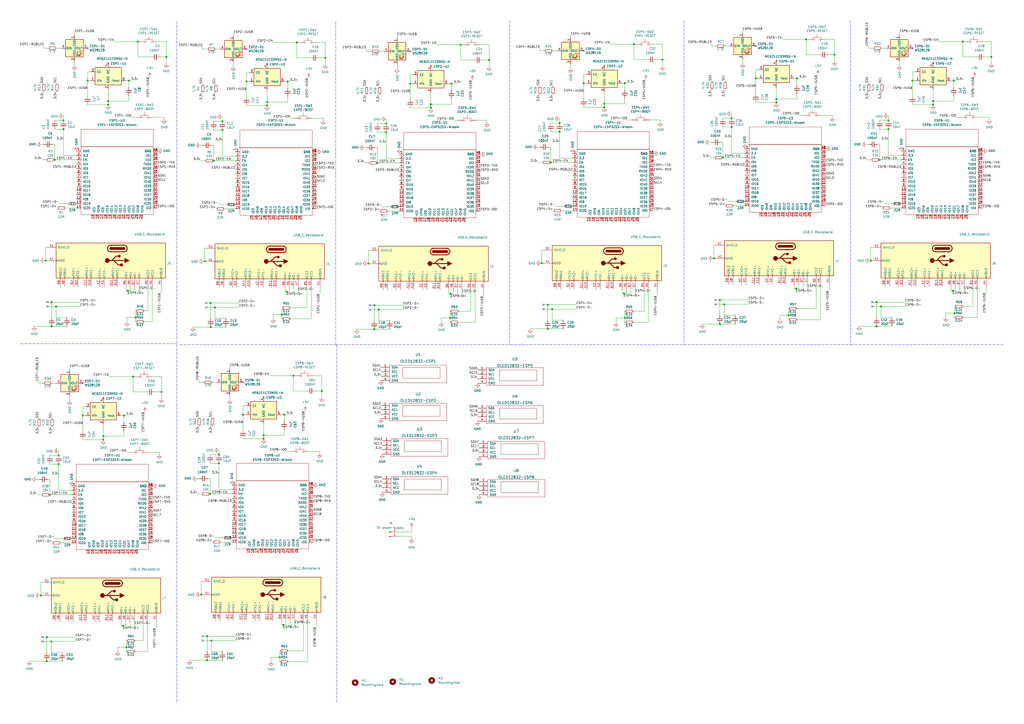
<source format=kicad_sch>
(kicad_sch (version 20211123) (generator eeschema)
  (paper "A2")
  (title_block (title "NerdRACK-Simple") (date "2023-04-15") (rev "0.8") (company "morpheans.com") (comment 1 "Dr CADIC Philippe"))
  (lib_symbols
    (symbol "Connector:Conn_01x02_Male" (pin_names (offset 1.016) hide)
      (property "Reference" "J" (at 0 2.54 0))
      (property "Value" "Conn_01x02_Male" (at 0 -5.08 0))
      (symbol "Conn_01x02_Male_1_1"
        (pin passive line (at 5.08 0 180) (length 3.81) (name "Pin_1") (number "1"))
        (pin passive line (at 5.08 -2.54 180) (length 3.81) (name "Pin_2") (number "2"))
      )
    )
    (symbol "Connector:USB_C_Receptacle" (pin_names (offset 1.016))
      (property "Reference" "J" (at -10.16 29.21 0))
      (property "Value" "USB_C_Receptacle" (at 10.16 29.21 0))
      (symbol "USB_C_Receptacle_1_1"
        (pin passive line (at 0 -40.64 90) (length 5.08) (name "GND") (number "A1"))
        (pin bidirectional line (at 15.24 -15.24 180) (length 5.08) (name "RX2-") (number "A10"))
        (pin bidirectional line (at 15.24 -17.78 180) (length 5.08) (name "RX2+") (number "A11"))
        (pin passive line (at 0 -40.64 90) (length 5.08) hide (name "GND") (number "A12"))
        (pin bidirectional line (at 15.24 -10.16 180) (length 5.08) (name "TX1+") (number "A2"))
        (pin bidirectional line (at 15.24 -7.62 180) (length 5.08) (name "TX1-") (number "A3"))
        (pin passive line (at 15.24 25.4 180) (length 5.08) (name "VBUS") (number "A4"))
        (pin bidirectional line (at 15.24 20.32 180) (length 5.08) (name "CC1") (number "A5"))
        (pin bidirectional line (at 15.24 7.62 180) (length 5.08) (name "D+") (number "A6"))
        (pin bidirectional line (at 15.24 12.7 180) (length 5.08) (name "D-") (number "A7"))
        (pin bidirectional line (at 15.24 -30.48 180) (length 5.08) (name "SBU1") (number "A8"))
        (pin passive line (at 15.24 25.4 180) (length 5.08) hide (name "VBUS") (number "A9"))
        (pin passive line (at 0 -40.64 90) (length 5.08) hide (name "GND") (number "B1"))
        (pin bidirectional line (at 15.24 0 180) (length 5.08) (name "RX1-") (number "B10"))
        (pin bidirectional line (at 15.24 -2.54 180) (length 5.08) (name "RX1+") (number "B11"))
        (pin passive line (at 0 -40.64 90) (length 5.08) hide (name "GND") (number "B12"))
        (pin bidirectional line (at 15.24 -25.4 180) (length 5.08) (name "TX2+") (number "B2"))
        (pin bidirectional line (at 15.24 -22.86 180) (length 5.08) (name "TX2-") (number "B3"))
        (pin passive line (at 15.24 25.4 180) (length 5.08) hide (name "VBUS") (number "B4"))
        (pin bidirectional line (at 15.24 17.78 180) (length 5.08) (name "CC2") (number "B5"))
        (pin bidirectional line (at 15.24 5.08 180) (length 5.08) (name "D+") (number "B6"))
        (pin bidirectional line (at 15.24 10.16 180) (length 5.08) (name "D-") (number "B7"))
        (pin bidirectional line (at 15.24 -33.02 180) (length 5.08) (name "SBU2") (number "B8"))
        (pin passive line (at 15.24 25.4 180) (length 5.08) hide (name "VBUS") (number "B9"))
        (pin passive line (at -7.62 -40.64 90) (length 5.08) (name "SHIELD") (number "S1"))
      )
    )
    (symbol "Device:C_Small" (pin_numbers hide) (pin_names (offset 0.254) hide)
      (property "Reference" "C" (at 0.254 1.778 0))
      (property "Value" "C_Small" (at 0.254 -2.032 0))
      (symbol "C_Small_1_1"
        (pin passive line (at 0 2.54 270) (length 2.032) (name "~") (number "1"))
        (pin passive line (at 0 -2.54 90) (length 2.032) (name "~") (number "2"))
      )
    )
    (symbol "Device:R_Small" (pin_numbers hide) (pin_names (offset 0.254) hide)
      (property "Reference" "R" (at 0.762 0.508 0))
      (property "Value" "R_Small" (at 0.762 -1.016 0))
      (symbol "R_Small_1_1"
        (pin passive line (at 0 2.54 270) (length 0.762) (name "~") (number "1"))
        (pin passive line (at 0 -2.54 90) (length 0.762) (name "~") (number "2"))
      )
    )
    (symbol "LED:WS2812B" (pin_names (offset 0.254))
      (property "Reference" "D" (at 5.08 5.715 0))
      (property "Value" "WS2812B" (at 1.27 -5.715 0))
      (symbol "WS2812B_0_0"
        (text "RGB" (at 2.286 -4.191 0) (effects (font (size 0.762 0.762))))
      )
      (symbol "WS2812B_1_1"
        (pin power_in line (at 0 7.62 270) (length 2.54) (name "VDD") (number "1"))
        (pin output line (at 7.62 0 180) (length 2.54) (name "DOUT") (number "2"))
        (pin power_in line (at 0 -7.62 90) (length 2.54) (name "VSS") (number "3"))
        (pin input line (at -7.62 0 0) (length 2.54) (name "DIN") (number "4"))
      )
    )
    (symbol "Mechanical:MountingHole" (pin_names (offset 1.016))
      (property "Reference" "H" (at 0 5.08 0))
      (property "Value" "MountingHole" (at 0 3.175 0))
    )
    (symbol "RACK-ESP32S3:ESP32S3-Wroom" (pin_names (offset 1.016))
      (property "Reference" "U" (at -3.81 -2.54 0))
      (property "Value" "ESP32S3-Wroom" (at 21.59 44.45 0))
      (symbol "ESP32S3-Wroom_1_1"
        (pin power_in line (at -2.54 36.83 0) (length 2.54) (name "GND") (number "1"))
        (pin bidirectional line (at -2.54 13.97 0) (length 2.54) (name "IO17") (number "10"))
        (pin bidirectional line (at -2.54 11.43 0) (length 2.54) (name "IO18") (number "11"))
        (pin bidirectional line (at -2.54 8.89 0) (length 2.54) (name "IO8") (number "12"))
        (pin bidirectional line (at -2.54 6.35 0) (length 2.54) (name "IO19") (number "13"))
        (pin bidirectional line (at -2.54 3.81 0) (length 2.54) (name "IO20") (number "14"))
        (pin bidirectional line (at 7.62 -2.54 90) (length 2.54) (name "IO3") (number "15"))
        (pin bidirectional line (at 10.16 -2.54 90) (length 2.54) (name "IO46") (number "16"))
        (pin bidirectional line (at 12.7 -2.54 90) (length 2.54) (name "IO9") (number "17"))
        (pin bidirectional line (at 15.24 -2.54 90) (length 2.54) (name "IO10") (number "18"))
        (pin bidirectional line (at 17.78 -2.54 90) (length 2.54) (name "IO11") (number "19"))
        (pin power_in line (at -2.54 34.29 0) (length 2.54) (name "3.3") (number "2"))
        (pin bidirectional line (at 20.32 -2.54 90) (length 2.54) (name "IO12") (number "20"))
        (pin bidirectional line (at 22.86 -2.54 90) (length 2.54) (name "IO13") (number "21"))
        (pin bidirectional line (at 25.4 -2.54 90) (length 2.54) (name "IO14") (number "22"))
        (pin bidirectional line (at 27.94 -2.54 90) (length 2.54) (name "IO21") (number "23"))
        (pin bidirectional line (at 30.48 -2.54 90) (length 2.54) (name "IO47") (number "24"))
        (pin bidirectional line (at 33.02 -2.54 90) (length 2.54) (name "IO48") (number "25"))
        (pin bidirectional line (at 35.56 -2.54 90) (length 2.54) (name "IO45") (number "26"))
        (pin bidirectional line (at 44.45 3.81 180) (length 2.54) (name "IO0") (number "27"))
        (pin bidirectional line (at 44.45 6.35 180) (length 2.54) (name "IO35") (number "28"))
        (pin bidirectional line (at 44.45 8.89 180) (length 2.54) (name "IO36") (number "29"))
        (pin bidirectional line (at -2.54 31.75 0) (length 2.54) (name "EN") (number "3"))
        (pin bidirectional line (at 44.45 11.43 180) (length 2.54) (name "IO37") (number "30"))
        (pin bidirectional line (at 44.45 13.97 180) (length 2.54) (name "IO38") (number "31"))
        (pin bidirectional line (at 44.45 16.51 180) (length 2.54) (name "IO39") (number "32"))
        (pin bidirectional line (at 44.45 19.05 180) (length 2.54) (name "IO40") (number "33"))
        (pin bidirectional line (at 44.45 21.59 180) (length 2.54) (name "IO41") (number "34"))
        (pin bidirectional line (at 44.45 24.13 180) (length 2.54) (name "IO42") (number "35"))
        (pin bidirectional line (at 44.45 26.67 180) (length 2.54) (name "RXD0") (number "36"))
        (pin bidirectional line (at 44.45 29.21 180) (length 2.54) (name "TXD0") (number "37"))
        (pin bidirectional line (at 44.45 31.75 180) (length 2.54) (name "IO2") (number "38"))
        (pin bidirectional line (at 44.45 34.29 180) (length 2.54) (name "IO1") (number "39"))
        (pin bidirectional line (at -2.54 29.21 0) (length 2.54) (name "IO4") (number "4"))
        (pin power_in line (at 44.45 36.83 180) (length 2.54) (name "GND") (number "40"))
        (pin power_in line (at 44.45 36.83 180) (length 2.54) (name "GND") (number "41"))
        (pin bidirectional line (at -2.54 26.67 0) (length 2.54) (name "IO5") (number "5"))
        (pin bidirectional line (at -2.54 24.13 0) (length 2.54) (name "IO6") (number "6"))
        (pin bidirectional line (at -2.54 21.59 0) (length 2.54) (name "IO7") (number "7"))
        (pin bidirectional line (at -2.54 19.05 0) (length 2.54) (name "IO15") (number "8"))
        (pin bidirectional line (at -2.54 16.51 0) (length 2.54) (name "IO16") (number "9"))
      )
    )
    (symbol "RACK-ESP32S3:ME6211C33M5G-N-1.8inch" (pin_names (offset 1.016))
      (property "Reference" "U102" (at 3.175 6.985 0))
      (property "Value" "ME6211C33M5G-N-1.8inch" (at -7.62 11.43 0))
      (symbol "ME6211C33M5G-N-1.8inch_1_1"
        (pin output line (at 10.16 -2.54 180) (length 2.54) (name "Vin") (number "1"))
        (pin power_in line (at 0 -7.62 90) (length 2.54) (name "GND") (number "2"))
        (pin power_out line (at 10.16 2.54 180) (length 2.54) (name "CE") (number "3"))
        (pin no_connect line (at 0 7.62 270) (length 2.54) (name "NC") (number "4"))
        (pin input line (at -10.16 -2.54 0) (length 2.54) (name "Vout") (number "5"))
      )
    )
    (symbol "RACK-ESP32S3:OLED12832-oled12832" (pin_names (offset 1.016))
      (property "Reference" "U1" (at 13.7668 16.4338 0))
      (property "Value" "OLED12832-oled12832" (at 13.7668 13.7414 0))
      (symbol "OLED12832-oled12832_1_1"
        (pin bidirectional line (at -5.08 10.16 0) (length 5.08) (name "SDA") (number "1"))
        (pin bidirectional line (at -5.08 7.62 0) (length 5.08) (name "SCL") (number "2"))
        (pin power_in line (at -5.08 5.08 0) (length 5.08) (name "VCC") (number "3"))
        (pin power_in line (at -5.08 2.54 0) (length 5.08) (name "GND") (number "4"))
      )
    )
    (symbol "Switch:SW_Push" (pin_numbers hide) (pin_names (offset 1.016) hide)
      (property "Reference" "SW" (at 1.27 2.54 0))
      (property "Value" "SW_Push" (at 0 -1.524 0))
      (symbol "SW_Push_0_1"
        (pin passive line (at -5.08 0 0) (length 2.54) (name "1") (number "1"))
        (pin passive line (at 5.08 0 180) (length 2.54) (name "2") (number "2"))
      )
    )
    (symbol "power:+5V" (power) (pin_names (offset 0))
      (property "Value" "+5V" (at 0 3.556 0))
      (symbol "+5V_1_1"
        (pin power_in line (at 0 0 90) (length 0) hide (name "+5V") (number "1"))
      )
    )
    (symbol "power:GND" (power) (pin_names (offset 0))
      (property "Value" "GND" (at 0 -3.81 0))
      (symbol "GND_1_1"
        (pin power_in line (at 0 0 270) (length 0) hide (name "GND") (number "1"))
      )
    )
  )
  (junction (at 118.745 151.638))
  (junction (at 414.147 149.86))
  (junction (at 505.079 151.13))
  (junction (at 129.032 70.358))
  (junction (at 283.718 34.798))
  (junction (at 122.682 371.602))
  (junction (at 143.002 47.244))
  (junction (at 317.754 190.754))
  (junction (at 508.508 175.26))
  (junction (at 23.749 345.44))
  (junction (at 140.97 240.538))
  (junction (at 424.434 73.66))
  (junction (at 50.8 46.736))
  (junction (at 553.212 46.736))
  (junction (at 96.52 33.02))
  (junction (at 261.874 48.514))
  (junction (at 249.936 60.452))
  (junction (at 218.948 94.488))
  (junction (at 362.458 48.26))
  (junction (at 74.676 46.736))
  (junction (at 34.036 264.16))
  (junction (at 237.998 48.514))
  (junction (at 367.792 25.654))
  (junction (at 541.274 58.674))
  (junction (at 29.972 175.26))
  (junction (at 417.576 173.99))
  (junction (at 71.882 241.046))
  (junction (at 267.208 25.908))
  (junction (at 116.713 344.932))
  (junction (at 127 268.732))
  (junction (at 350.52 60.198))
  (junction (at 80.01 24.13))
  (junction (at 152.908 254.508))
  (junction (at 320.294 179.324))
  (junction (at 217.17 177.038))
  (junction (at 27.178 383.54))
  (junction (at 461.772 167.386))
  (junction (at 163.576 182.372))
  (junction (at 26.543 151.13))
  (junction (at 164.846 240.538))
  (junction (at 417.576 187.96))
  (junction (at 73.406 375.412))
  (junction (at 120.142 383.032))
  (junction (at 121.92 286.512))
  (junction (at 122.174 175.768))
  (junction (at 515.366 69.85))
  (junction (at 36.83 74.93))
  (junction (at 462.28 45.466))
  (junction (at 164.338 362.458))
  (junction (at 62.738 58.674))
  (junction (at 154.94 59.182))
  (junction (at 511.048 177.8))
  (junction (at 324.612 71.374))
  (junction (at 219.71 179.578))
  (junction (at 338.582 48.26))
  (junction (at 122.174 189.738))
  (junction (at 419.354 91.44))
  (junction (at 48.006 241.046))
  (junction (at 162.306 381.254))
  (junction (at 213.741 152.908))
  (junction (at 62.738 60.706))
  (junction (at 166.878 47.244))
  (junction (at 319.532 94.234))
  (junction (at 261.112 184.404))
  (junction (at 438.404 45.466))
  (junction (at 27.178 369.57))
  (junction (at 224.028 71.628))
  (junction (at 78.74 184.15))
  (junction (at 28.956 287.02))
  (junction (at 361.95 170.18))
  (junction (at 93.726 227.33))
  (junction (at 217.17 191.008))
  (junction (at 36.83 69.85))
  (junction (at 170.18 217.932))
  (junction (at 553.72 181.61))
  (junction (at 324.612 76.454))
  (junction (at 59.944 252.984))
  (junction (at 71.374 362.966))
  (junction (at 541.274 60.706))
  (junction (at 317.754 176.784))
  (junction (at 154.94 61.214))
  (junction (at 29.718 372.11))
  (junction (at 249.936 62.484))
  (junction (at 186.69 226.822))
  (junction (at 457.454 182.88))
  (junction (at 29.972 189.23))
  (junction (at 34.036 269.24))
  (junction (at 32.512 177.8))
  (junction (at 166.37 169.164))
  (junction (at 508.508 189.23))
  (junction (at 123.952 93.218))
  (junction (at 552.704 168.656))
  (junction (at 420.116 176.53))
  (junction (at 467.614 22.86))
  (junction (at 59.944 255.016))
  (junction (at 188.722 33.528))
  (junction (at 384.302 34.544))
  (junction (at 77.216 218.44))
  (junction (at 74.168 168.656))
  (junction (at 224.028 76.708))
  (junction (at 362.458 184.404))
  (junction (at 261.366 170.434))
  (junction (at 172.212 24.638))
  (junction (at 152.908 252.476))
  (junction (at 424.434 68.58))
  (junction (at 558.546 24.13))
  (junction (at 575.056 33.02))
  (junction (at 350.52 62.23))
  (junction (at 450.342 59.436))
  (junction (at 484.124 31.75))
  (junction (at 129.032 75.438))
  (junction (at 510.286 92.71))
  (junction (at 515.366 74.93))
  (junction (at 529.336 46.736))
  (junction (at 120.142 369.062))
  (junction (at 314.325 152.654))
  (junction (at 31.75 92.71))
  (junction (at 124.714 178.308))
  (junction (at 127 263.652))
  (junction (at 450.342 57.404))
  (no_connect (at 140.97 221.742))
  (no_connect (at 505.968 175.26))
  (no_connect (at 438.404 26.67))
  (no_connect (at 27.432 175.26))
  (no_connect (at 415.036 176.53))
  (no_connect (at 27.432 177.8))
  (no_connect (at 315.214 179.324))
  (no_connect (at 119.634 175.768))
  (no_connect (at 529.336 27.94))
  (no_connect (at 338.582 29.464))
  (no_connect (at 117.602 371.602))
  (no_connect (at 214.63 179.578))
  (no_connect (at 48.006 222.25))
  (no_connect (at 214.63 177.038))
  (no_connect (at 24.638 372.11))
  (no_connect (at 505.968 177.8))
  (no_connect (at 119.634 178.308))
  (no_connect (at 50.8 27.94))
  (no_connect (at 315.214 176.784))
  (no_connect (at 117.602 369.062))
  (no_connect (at 143.002 28.448))
  (no_connect (at 237.998 29.718))
  (no_connect (at 24.638 369.57))
  (no_connect (at 415.036 173.99))
  (wire (pts (xy 213.868 94.488) (xy 211.328 94.488)))
  (wire (pts (xy 162.306 381.254) (xy 162.306 383.794)))
  (wire (pts (xy 511.556 27.94) (xy 514.096 27.94)))
  (wire (pts (xy 140.97 240.538) (xy 140.97 249.428)))
  (wire (pts (xy 366.014 171.45) (xy 366.014 167.894)))
  (wire (pts (xy 468.376 165.1) (xy 468.376 168.656)))
  (wire (pts (xy 48.006 255.016) (xy 59.944 255.016)))
  (wire (pts (xy 167.386 383.794) (xy 178.562 383.794)))
  (wire (pts (xy 75.438 364.236) (xy 77.978 364.236)))
  (polyline (pts (xy 195.326 199.898) (xy 195.326 407.924)))
  (wire (pts (xy 261.112 180.594) (xy 261.112 184.404)))
  (polyline (pts (xy 493.522 11.938) (xy 493.522 199.898)))
  (wire (pts (xy 314.325 145.034) (xy 315.214 145.034)))
  (wire (pts (xy 313.182 29.464) (xy 315.722 29.464)))
  (wire (pts (xy 183.642 24.638) (xy 188.722 24.638)))
  (wire (pts (xy 116.713 344.932) (xy 116.713 337.312)))
  (wire (pts (xy 93.726 218.44) (xy 93.726 227.33)))
  (wire (pts (xy 44.45 92.71) (xy 31.75 92.71)))
  (wire (pts (xy 226.06 185.928) (xy 219.71 185.928)))
  (wire (pts (xy 261.874 48.514) (xy 263.144 48.514)))
  (wire (pts (xy 178.054 166.878) (xy 178.054 178.562)))
  (wire (pts (xy 330.962 21.844) (xy 330.962 20.574)))
  (wire (pts (xy 350.52 53.34) (xy 350.52 60.198)))
  (wire (pts (xy 361.95 170.18) (xy 361.95 172.466)))
  (wire (pts (xy 317.754 176.784) (xy 334.264 176.784)))
  (wire (pts (xy 419.354 91.44) (xy 419.354 82.55)))
  (wire (pts (xy 484.124 31.75) (xy 484.124 35.56)))
  (wire (pts (xy 31.75 92.71) (xy 31.75 83.82)))
  (wire (pts (xy 319.532 94.234) (xy 319.532 85.344)))
  (wire (pts (xy 363.474 167.894) (xy 363.474 170.18)))
  (wire (pts (xy 265.938 69.85) (xy 263.398 69.85)))
  (wire (pts (xy 71.374 362.966) (xy 71.374 365.252)))
  (wire (pts (xy 475.996 185.42) (xy 475.996 165.1)))
  (wire (pts (xy 218.948 85.598) (xy 217.678 85.598)))
  (wire (pts (xy 184.912 33.528) (xy 188.722 33.528)))
  (wire (pts (xy 213.741 145.288) (xy 214.63 145.288)))
  (wire (pts (xy 41.656 287.02) (xy 28.956 287.02)))
  (wire (pts (xy 529.336 41.656) (xy 529.336 46.736)))
  (wire (pts (xy 78.232 169.926) (xy 78.232 166.37)))
  (wire (pts (xy 237.998 48.514) (xy 239.776 48.514)))
  (wire (pts (xy 465.836 168.656) (xy 465.836 165.1)))
  (wire (pts (xy 121.92 268.732) (xy 127 268.732)))
  (wire (pts (xy 249.936 53.594) (xy 249.936 60.452)))
  (wire (pts (xy 48.006 235.966) (xy 48.006 241.046)))
  (wire (pts (xy 43.18 20.32) (xy 43.18 19.05)))
  (wire (pts (xy 575.056 24.13) (xy 575.056 33.02)))
  (wire (pts (xy 249.936 60.452) (xy 249.936 62.484)))
  (wire (pts (xy 117.602 369.062) (xy 120.142 369.062)))
  (wire (pts (xy 70.358 362.966) (xy 70.358 360.68)))
  (wire (pts (xy 127 261.112) (xy 127 263.652)))
  (wire (pts (xy 231.648 94.488) (xy 218.948 94.488)))
  (wire (pts (xy 260.096 48.514) (xy 261.874 48.514)))
  (wire (pts (xy 466.344 66.802) (xy 463.804 66.802)))
  (wire (pts (xy 440.182 40.386) (xy 438.404 40.386)))
  (wire (pts (xy 556.768 169.926) (xy 559.308 169.926)))
  (wire (pts (xy 32.512 177.8) (xy 46.482 177.8)))
  (wire (pts (xy 40.386 229.87) (xy 40.386 232.41)))
  (wire (pts (xy 413.004 25.4) (xy 413.004 26.67)))
  (wire (pts (xy 164.338 362.458) (xy 163.322 362.458)))
  (wire (pts (xy 480.314 31.75) (xy 484.124 31.75)))
  (wire (pts (xy 224.028 76.708) (xy 224.028 91.948)))
  (wire (pts (xy 559.308 166.37) (xy 559.308 169.926)))
  (wire (pts (xy 484.124 22.86) (xy 484.124 31.75)))
  (wire (pts (xy 143.002 42.164) (xy 143.002 47.244)))
  (wire (pts (xy 450.342 59.436) (xy 450.342 59.69)))
  (wire (pts (xy 575.056 33.02) (xy 575.056 36.83)))
  (wire (pts (xy 467.614 31.75) (xy 467.614 22.86)))
  (wire (pts (xy 338.582 48.26) (xy 338.582 57.15)))
  (wire (pts (xy 213.741 152.908) (xy 214.63 152.908)))
  (wire (pts (xy 62.738 58.674) (xy 62.738 60.706)))
  (wire (pts (xy 74.168 168.656) (xy 73.152 168.656)))
  (wire (pts (xy 25.4 26.67) (xy 25.4 27.94)))
  (wire (pts (xy 262.89 170.434) (xy 261.366 170.434)))
  (wire (pts (xy 73.406 375.412) (xy 68.326 375.412)))
  (wire (pts (xy 119.634 178.308) (xy 124.714 178.308)))
  (wire (pts (xy 166.37 169.164) (xy 166.37 171.45)))
  (wire (pts (xy 188.722 24.638) (xy 188.722 33.528)))
  (wire (pts (xy 78.232 169.926) (xy 80.772 169.926)))
  (wire (pts (xy 465.836 168.656) (xy 468.376 168.656)))
  (wire (pts (xy 553.72 177.8) (xy 553.72 181.61)))
  (wire (pts (xy 267.97 168.148) (xy 267.97 171.704)))
  (wire (pts (xy 413.639 149.86) (xy 414.147 149.86)))
  (wire (pts (xy 324.612 76.454) (xy 324.612 91.694)))
  (wire (pts (xy 23.749 337.82) (xy 24.638 337.82)))
  (wire (pts (xy 553.212 46.736) (xy 554.482 46.736)))
  (wire (pts (xy 541.274 58.674) (xy 541.274 60.706)))
  (wire (pts (xy 166.878 56.134) (xy 166.878 59.182)))
  (wire (pts (xy 267.208 34.798) (xy 267.208 25.908)))
  (wire (pts (xy 163.576 182.372) (xy 158.496 182.372)))
  (wire (pts (xy 217.17 185.928) (xy 217.17 177.038)))
  (wire (pts (xy 326.644 190.754) (xy 317.754 190.754)))
  (wire (pts (xy 84.836 227.33) (xy 77.216 227.33)))
  (wire (pts (xy 320.294 185.674) (xy 320.294 179.324)))
  (wire (pts (xy 503.936 27.94) (xy 506.476 27.94)))
  (wire (pts (xy 77.216 218.44) (xy 63.246 218.44)))
  (wire (pts (xy 460.502 45.466) (xy 462.28 45.466)))
  (wire (pts (xy 383.032 69.596) (xy 383.032 70.866)))
  (wire (pts (xy 566.928 166.37) (xy 566.928 184.15)))
  (wire (pts (xy 179.07 261.874) (xy 185.42 261.874)))
  (wire (pts (xy 511.048 184.15) (xy 511.048 177.8)))
  (wire (pts (xy 164.846 240.538) (xy 164.846 244.348)))
  (polyline (pts (xy 104.14 199.898) (xy 194.818 199.898)))
  (wire (pts (xy 424.434 88.9) (xy 432.054 88.9)))
  (wire (pts (xy 186.69 217.932) (xy 186.69 226.822)))
  (wire (pts (xy 376.682 69.596) (xy 383.032 69.596)))
  (wire (pts (xy 131.064 184.658) (xy 124.714 184.658)))
  (wire (pts (xy 283.718 34.798) (xy 283.718 38.608)))
  (wire (pts (xy 214.63 177.038) (xy 217.17 177.038)))
  (wire (pts (xy 362.458 184.404) (xy 357.378 184.404)))
  (wire (pts (xy 71.882 249.936) (xy 71.882 252.984)))
  (wire (pts (xy 85.598 360.68) (xy 85.598 377.952)))
  (wire (pts (xy 166.878 47.244) (xy 168.148 47.244)))
  (wire (pts (xy 230.378 37.338) (xy 230.378 39.878)))
  (wire (pts (xy 140.97 240.538) (xy 142.748 240.538)))
  (wire (pts (xy 212.598 29.718) (xy 215.138 29.718)))
  (wire (pts (xy 27.432 177.8) (xy 32.512 177.8)))
  (wire (pts (xy 129.54 311.912) (xy 124.46 311.912)))
  (wire (pts (xy 275.59 168.148) (xy 275.59 186.944)))
  (wire (pts (xy 505.968 175.26) (xy 508.508 175.26)))
  (wire (pts (xy 183.642 363.728) (xy 183.642 360.172)))
  (wire (pts (xy 380.492 34.544) (xy 384.302 34.544)))
  (wire (pts (xy 162.306 377.444) (xy 162.306 381.254)))
  (wire (pts (xy 72.898 46.736) (xy 74.676 46.736)))
  (wire (pts (xy 256.032 184.404) (xy 256.032 186.944)))
  (wire (pts (xy 476.504 66.802) (xy 482.854 66.802)))
  (wire (pts (xy 129.032 67.818) (xy 129.032 70.358)))
  (wire (pts (xy 28.956 287.02) (xy 28.956 278.13)))
  (wire (pts (xy 29.718 378.46) (xy 29.718 372.11)))
  (wire (pts (xy 414.274 91.44) (xy 411.734 91.44)))
  (wire (pts (xy 571.246 33.02) (xy 575.056 33.02)))
  (wire (pts (xy 553.212 55.626) (xy 553.212 58.674)))
  (wire (pts (xy 366.014 171.45) (xy 368.554 171.45)))
  (wire (pts (xy 462.28 45.466) (xy 462.28 49.276)))
  (wire (pts (xy 163.322 362.458) (xy 163.322 360.172)))
  (wire (pts (xy 462.28 57.404) (xy 450.342 57.404)))
  (polyline (pts (xy 102.616 199.644) (xy 102.616 407.924)))
  (wire (pts (xy 324.612 91.694) (xy 332.232 91.694)))
  (polyline (pts (xy 295.91 199.898) (xy 396.748 199.898)))
  (polyline (pts (xy 396.748 199.898) (xy 493.522 199.898)))
  (wire (pts (xy 29.718 372.11) (xy 43.688 372.11)))
  (wire (pts (xy 29.972 189.23) (xy 19.812 189.23)))
  (wire (pts (xy 86.106 262.382) (xy 92.456 262.382)))
  (wire (pts (xy 166.37 169.164) (xy 165.354 169.164)))
  (wire (pts (xy 170.942 360.172) (xy 170.942 363.728)))
  (wire (pts (xy 49.784 235.966) (xy 48.006 235.966)))
  (wire (pts (xy 74.676 46.736) (xy 75.946 46.736)))
  (wire (pts (xy 508.508 175.26) (xy 525.018 175.26)))
  (wire (pts (xy 381.254 171.45) (xy 381.254 167.894)))
  (wire (pts (xy 187.452 68.58) (xy 187.452 69.85)))
  (wire (pts (xy 548.64 181.61) (xy 548.64 184.15)))
  (wire (pts (xy 504.571 151.13) (xy 505.079 151.13)))
  (wire (pts (xy 338.582 48.26) (xy 340.36 48.26)))
  (wire (pts (xy 26.67 92.71) (xy 24.13 92.71)))
  (wire (pts (xy 315.214 176.784) (xy 317.754 176.784)))
  (wire (pts (xy 261.874 48.514) (xy 261.874 52.324)))
  (wire (pts (xy 50.8 46.736) (xy 52.578 46.736)))
  (wire (pts (xy 87.63 33.02) (xy 80.01 33.02)))
  (wire (pts (xy 224.028 69.088) (xy 224.028 71.628)))
  (wire (pts (xy 482.854 66.802) (xy 482.854 68.072)))
  (wire (pts (xy 426.466 182.88) (xy 420.116 182.88)))
  (wire (pts (xy 552.704 168.656) (xy 551.688 168.656)))
  (wire (pts (xy 154.94 52.324) (xy 154.94 59.182)))
  (wire (pts (xy 143.002 47.244) (xy 143.002 56.134)))
  (wire (pts (xy 165.862 362.458) (xy 164.338 362.458)))
  (wire (pts (xy 360.68 48.26) (xy 362.458 48.26)))
  (wire (pts (xy 29.972 175.26) (xy 46.482 175.26)))
  (wire (pts (xy 75.946 262.382) (xy 73.406 262.382)))
  (wire (pts (xy 280.67 171.704) (xy 280.67 168.148)))
  (wire (pts (xy 552.704 168.656) (xy 552.704 170.942)))
  (wire (pts (xy 72.898 362.966) (xy 71.374 362.966)))
  (wire (pts (xy 268.478 25.908) (xy 267.208 25.908)))
  (wire (pts (xy 541.274 60.706) (xy 541.274 60.96)))
  (wire (pts (xy 510.286 92.71) (xy 510.286 83.82)))
  (wire (pts (xy 43.18 35.56) (xy 43.18 38.1)))
  (wire (pts (xy 164.846 240.538) (xy 166.116 240.538)))
  (wire (pts (xy 226.568 119.888) (xy 221.488 119.888)))
  (wire (pts (xy 80.01 33.02) (xy 80.01 24.13)))
  (wire (pts (xy 117.602 371.602) (xy 122.682 371.602)))
  (wire (pts (xy 170.18 217.932) (xy 156.21 217.932)))
  (wire (pts (xy 59.944 246.126) (xy 59.944 252.984)))
  (wire (pts (xy 36.83 67.31) (xy 36.83 69.85)))
  (wire (pts (xy 143.002 61.214) (xy 154.94 61.214)))
  (wire (pts (xy 505.079 151.13) (xy 505.968 151.13)))
  (polyline (pts (xy 102.616 12.192) (xy 102.616 199.39)))
  (wire (pts (xy 237.998 48.514) (xy 237.998 57.404)))
  (wire (pts (xy 116.713 337.312) (xy 117.602 337.312)))
  (wire (pts (xy 40.386 214.63) (xy 40.386 213.36)))
  (wire (pts (xy 93.726 227.33) (xy 93.726 231.14)))
  (wire (pts (xy 515.366 90.17) (xy 522.986 90.17)))
  (wire (pts (xy 27.432 175.26) (xy 29.972 175.26)))
  (wire (pts (xy 438.404 59.436) (xy 450.342 59.436)))
  (wire (pts (xy 165.1 47.244) (xy 166.878 47.244)))
  (wire (pts (xy 224.028 91.948) (xy 231.648 91.948)))
  (wire (pts (xy 170.18 226.822) (xy 170.18 217.932)))
  (wire (pts (xy 38.862 189.23) (xy 29.972 189.23)))
  (wire (pts (xy 122.682 371.602) (xy 136.652 371.602)))
  (wire (pts (xy 154.94 61.214) (xy 154.94 61.468)))
  (wire (pts (xy 121.92 277.622) (xy 120.65 277.622)))
  (wire (pts (xy 462.534 185.42) (xy 475.996 185.42)))
  (wire (pts (xy 165.354 169.164) (xy 165.354 166.878)))
  (wire (pts (xy 178.562 383.794) (xy 178.562 360.172)))
  (wire (pts (xy 24.638 372.11) (xy 29.718 372.11)))
  (wire (pts (xy 129.032 90.678) (xy 136.652 90.678)))
  (wire (pts (xy 529.336 46.736) (xy 529.336 55.626)))
  (wire (pts (xy 505.968 177.8) (xy 511.048 177.8)))
  (wire (pts (xy 78.74 184.15) (xy 78.74 186.69)))
  (wire (pts (xy 75.692 168.656) (xy 74.168 168.656)))
  (wire (pts (xy 172.974 166.878) (xy 172.974 170.434)))
  (wire (pts (xy 319.532 71.374) (xy 324.612 71.374)))
  (wire (pts (xy 457.454 182.88) (xy 457.454 185.42)))
  (wire (pts (xy 131.064 189.738) (xy 122.174 189.738)))
  (wire (pts (xy 120.142 377.952) (xy 120.142 369.062)))
  (wire (pts (xy 226.06 191.008) (xy 217.17 191.008)))
  (wire (pts (xy 34.036 269.24) (xy 34.036 284.48)))
  (wire (pts (xy 368.554 167.894) (xy 368.554 171.45)))
  (wire (pts (xy 96.52 33.02) (xy 96.52 36.83)))
  (wire (pts (xy 78.74 180.34) (xy 78.74 184.15)))
  (wire (pts (xy 123.952 93.218) (xy 123.952 84.328)))
  (wire (pts (xy 362.458 57.15) (xy 362.458 60.198)))
  (wire (pts (xy 93.472 169.926) (xy 93.472 166.37)))
  (wire (pts (xy 369.062 25.654) (xy 367.792 25.654)))
  (wire (pts (xy 463.296 167.386) (xy 461.772 167.386)))
  (wire (pts (xy 83.058 371.602) (xy 78.486 371.602)))
  (wire (pts (xy 23.876 287.02) (xy 21.336 287.02)))
  (wire (pts (xy 140.97 254.508) (xy 152.908 254.508)))
  (wire (pts (xy 121.92 263.652) (xy 127 263.652)))
  (wire (pts (xy 314.325 152.654) (xy 314.325 145.034)))
  (wire (pts (xy 25.4 27.94) (xy 27.94 27.94)))
  (wire (pts (xy 557.276 68.072) (xy 554.736 68.072)))
  (wire (pts (xy 220.218 29.718) (xy 222.758 29.718)))
  (wire (pts (xy 78.74 184.15) (xy 73.66 184.15)))
  (wire (pts (xy 505.206 92.71) (xy 502.666 92.71)))
  (wire (pts (xy 88.9 68.072) (xy 95.25 68.072)))
  (wire (pts (xy 508.508 189.23) (xy 498.348 189.23)))
  (wire (pts (xy 414.147 149.86) (xy 414.147 142.24)))
  (wire (pts (xy 152.908 254.508) (xy 152.908 254.762)))
  (wire (pts (xy 164.338 362.458) (xy 164.338 364.744)))
  (wire (pts (xy 89.916 227.33) (xy 93.726 227.33)))
  (wire (pts (xy 123.952 75.438) (xy 129.032 75.438)))
  (wire (pts (xy 71.882 241.046) (xy 71.882 244.856)))
  (wire (pts (xy 556.768 169.926) (xy 556.768 166.37)))
  (wire (pts (xy 188.722 33.528) (xy 188.722 37.338)))
  (wire (pts (xy 170.434 170.434) (xy 172.974 170.434)))
  (wire (pts (xy 167.894 169.164) (xy 166.37 169.164)))
  (wire (pts (xy 48.006 241.046) (xy 48.006 249.936)))
  (wire (pts (xy 23.749 345.44) (xy 24.638 345.44)))
  (wire (pts (xy 315.214 179.324) (xy 320.294 179.324)))
  (wire (pts (xy 164.846 252.476) (xy 152.908 252.476)))
  (wire (pts (xy 22.606 220.98) (xy 22.606 222.25)))
  (wire (pts (xy 460.756 167.386) (xy 460.756 165.1)))
  (wire (pts (xy 62.738 60.706) (xy 62.738 60.96)))
  (wire (pts (xy 116.84 286.512) (xy 114.3 286.512)))
  (wire (pts (xy 415.036 173.99) (xy 417.576 173.99)))
  (wire (pts (xy 127 268.732) (xy 127 283.972)))
  (wire (pts (xy 22.606 222.25) (xy 25.146 222.25)))
  (wire (pts (xy 181.102 68.58) (xy 187.452 68.58)))
  (wire (pts (xy 314.452 94.234) (xy 311.912 94.234)))
  (wire (pts (xy 461.772 167.386) (xy 460.756 167.386)))
  (wire (pts (xy 117.602 28.448) (xy 120.142 28.448)))
  (wire (pts (xy 362.458 184.404) (xy 362.458 186.944)))
  (wire (pts (xy 166.878 47.244) (xy 166.878 51.054)))
  (wire (pts (xy 432.054 91.44) (xy 419.354 91.44)))
  (wire (pts (xy 180.594 184.912) (xy 168.656 184.912)))
  (wire (pts (xy 261.112 184.404) (xy 261.112 186.944)))
  (wire (pts (xy 426.974 116.84) (xy 421.894 116.84)))
  (wire (pts (xy 554.228 168.656) (xy 552.704 168.656)))
  (wire (pts (xy 260.35 170.434) (xy 260.35 168.148)))
  (polyline (pts (xy 396.748 11.938) (xy 396.748 199.898)))
  (wire (pts (xy 279.908 34.798) (xy 283.718 34.798)))
  (wire (pts (xy 505.079 151.13) (xy 505.079 143.51)))
  (wire (pts (xy 80.01 24.13) (xy 66.04 24.13)))
  (wire (pts (xy 505.079 143.51) (xy 505.968 143.51)))
  (wire (pts (xy 517.398 184.15) (xy 511.048 184.15)))
  (wire (pts (xy 450.342 57.404) (xy 450.342 59.436)))
  (wire (pts (xy 80.772 166.37) (xy 80.772 169.926)))
  (wire (pts (xy 265.43 171.704) (xy 265.43 168.148)))
  (wire (pts (xy 122.174 184.658) (xy 122.174 175.768)))
  (wire (pts (xy 218.948 76.708) (xy 224.028 76.708)))
  (wire (pts (xy 468.884 22.86) (xy 467.614 22.86)))
  (wire (pts (xy 218.948 71.628) (xy 224.028 71.628)))
  (wire (pts (xy 373.634 167.894) (xy 373.634 180.594)))
  (wire (pts (xy 450.342 50.546) (xy 450.342 57.404)))
  (wire (pts (xy 140.97 235.458) (xy 140.97 240.538)))
  (wire (pts (xy 419.354 73.66) (xy 424.434 73.66)))
  (wire (pts (xy 317.754 190.754) (xy 307.594 190.754)))
  (wire (pts (xy 379.222 25.654) (xy 384.302 25.654)))
  (wire (pts (xy 74.676 55.626) (xy 74.676 58.674)))
  (wire (pts (xy 564.388 166.37) (xy 564.388 177.8)))
  (wire (pts (xy 26.543 143.51) (xy 27.432 143.51)))
  (wire (pts (xy 167.386 377.444) (xy 176.022 377.444)))
  (wire (pts (xy 521.716 35.56) (xy 521.716 38.1)))
  (wire (pts (xy 426.466 187.96) (xy 417.576 187.96)))
  (wire (pts (xy 88.392 186.69) (xy 83.82 186.69)))
  (wire (pts (xy 510.286 74.93) (xy 515.366 74.93)))
  (wire (pts (xy 133.35 229.362) (xy 133.35 231.902)))
  (wire (pts (xy 553.72 181.61) (xy 553.72 184.15)))
  (wire (pts (xy 572.008 169.926) (xy 572.008 166.37)))
  (wire (pts (xy 172.212 33.528) (xy 172.212 24.638)))
  (wire (pts (xy 74.676 46.736) (xy 74.676 50.546)))
  (wire (pts (xy 425.704 119.38) (xy 432.054 119.38)))
  (wire (pts (xy 77.978 360.68) (xy 77.978 364.236)))
  (wire (pts (xy 168.402 363.728) (xy 170.942 363.728)))
  (wire (pts (xy 463.296 165.1) (xy 463.296 167.386)))
  (wire (pts (xy 118.872 93.218) (xy 116.332 93.218)))
  (wire (pts (xy 375.412 34.544) (xy 367.792 34.544)))
  (wire (pts (xy 39.37 118.11) (xy 34.29 118.11)))
  (wire (pts (xy 230.378 22.098) (xy 230.378 20.828)))
  (wire (pts (xy 122.682 377.952) (xy 122.682 371.602)))
  (wire (pts (xy 413.004 82.55) (xy 411.734 82.55)))
  (wire (pts (xy 324.612 68.834) (xy 324.612 71.374)))
  (wire (pts (xy 128.27 314.452) (xy 134.62 314.452)))
  (wire (pts (xy 362.458 48.26) (xy 363.728 48.26)))
  (wire (pts (xy 164.846 249.428) (xy 164.846 252.476)))
  (wire (pts (xy 71.374 362.966) (xy 70.358 362.966)))
  (wire (pts (xy 182.88 226.822) (xy 186.69 226.822)))
  (wire (pts (xy 266.192 186.944) (xy 275.59 186.944)))
  (wire (pts (xy 129.032 377.952) (xy 122.682 377.952)))
  (wire (pts (xy 219.71 185.928) (xy 219.71 179.578)))
  (wire (pts (xy 168.91 261.874) (xy 166.37 261.874)))
  (wire (pts (xy 120.142 369.062) (xy 136.652 369.062)))
  (wire (pts (xy 178.054 178.562) (xy 168.656 178.562)))
  (wire (pts (xy 415.036 176.53) (xy 420.116 176.53)))
  (wire (pts (xy 338.582 43.18) (xy 338.582 48.26)))
  (wire (pts (xy 130.302 121.158) (xy 136.652 121.158)))
  (wire (pts (xy 71.882 241.046) (xy 73.152 241.046)))
  (wire (pts (xy 73.152 168.656) (xy 73.152 166.37)))
  (wire (pts (xy 357.378 184.404) (xy 357.378 186.944)))
  (wire (pts (xy 567.436 68.072) (xy 573.786 68.072)))
  (wire (pts (xy 424.434 73.66) (xy 424.434 88.9)))
  (wire (pts (xy 91.44 24.13) (xy 96.52 24.13)))
  (wire (pts (xy 452.374 182.88) (xy 452.374 185.42)))
  (wire (pts (xy 73.406 371.602) (xy 73.406 375.412)))
  (wire (pts (xy 168.402 363.728) (xy 168.402 360.172)))
  (wire (pts (xy 123.952 70.358) (xy 129.032 70.358)))
  (wire (pts (xy 24.638 369.57) (xy 27.178 369.57)))
  (wire (pts (xy 154.94 59.182) (xy 154.94 61.214)))
  (wire (pts (xy 172.212 24.638) (xy 158.242 24.638)))
  (wire (pts (xy 85.598 377.952) (xy 78.486 377.952)))
  (wire (pts (xy 438.404 40.386) (xy 438.404 45.466)))
  (wire (pts (xy 68.326 375.412) (xy 68.326 377.952)))
  (wire (pts (xy 314.325 152.654) (xy 315.214 152.654)))
  (wire (pts (xy 180.594 166.878) (xy 180.594 184.912)))
  (wire (pts (xy 212.598 85.598) (xy 211.328 85.598)))
  (wire (pts (xy 144.78 42.164) (xy 143.002 42.164)))
  (wire (pts (xy 467.614 22.86) (xy 453.644 22.86)))
  (wire (pts (xy 419.354 68.58) (xy 424.434 68.58)))
  (wire (pts (xy 116.205 344.932) (xy 116.713 344.932)))
  (wire (pts (xy 564.388 177.8) (xy 558.8 177.8)))
  (wire (pts (xy 72.898 360.68) (xy 72.898 362.966)))
  (wire (pts (xy 116.713 344.932) (xy 117.602 344.932)))
  (wire (pts (xy 52.578 41.656) (xy 50.8 41.656)))
  (wire (pts (xy 50.8 41.656) (xy 50.8 46.736)))
  (wire (pts (xy 237.998 62.484) (xy 249.936 62.484)))
  (wire (pts (xy 173.482 24.638) (xy 172.212 24.638)))
  (wire (pts (xy 29.972 184.15) (xy 29.972 175.26)))
  (wire (pts (xy 225.298 122.428) (xy 231.648 122.428)))
  (wire (pts (xy 36.068 378.46) (xy 29.718 378.46)))
  (wire (pts (xy 127 283.972) (xy 134.62 283.972)))
  (wire (pts (xy 508.508 184.15) (xy 508.508 175.26)))
  (wire (pts (xy 38.862 184.15) (xy 32.512 184.15)))
  (wire (pts (xy 163.068 240.538) (xy 164.846 240.538)))
  (wire (pts (xy 142.748 235.458) (xy 140.97 235.458)))
  (wire (pts (xy 88.392 166.37) (xy 88.392 186.69)))
  (wire (pts (xy 363.474 170.18) (xy 361.95 170.18)))
  (wire (pts (xy 96.52 24.13) (xy 96.52 33.02)))
  (wire (pts (xy 554.228 166.37) (xy 554.228 168.656)))
  (polyline (pts (xy 11.938 199.39) (xy 102.616 199.39)))
  (wire (pts (xy 320.802 29.464) (xy 323.342 29.464)))
  (wire (pts (xy 123.952 84.328) (xy 122.682 84.328)))
  (wire (pts (xy 338.582 62.23) (xy 350.52 62.23)))
  (wire (pts (xy 261.112 184.404) (xy 256.032 184.404)))
  (wire (pts (xy 276.098 69.85) (xy 282.448 69.85)))
  (wire (pts (xy 517.906 118.11) (xy 512.826 118.11)))
  (wire (pts (xy 414.147 149.86) (xy 415.036 149.86)))
  (wire (pts (xy 125.222 28.448) (xy 127.762 28.448)))
  (wire (pts (xy 238.76 311.15) (xy 238.76 312.42)))
  (wire (pts (xy 531.114 41.656) (xy 529.336 41.656)))
  (wire (pts (xy 262.89 168.148) (xy 262.89 170.434)))
  (wire (pts (xy 23.749 345.44) (xy 23.749 337.82)))
  (wire (pts (xy 123.19 221.742) (xy 125.73 221.742)))
  (wire (pts (xy 417.576 187.96) (xy 407.416 187.96)))
  (wire (pts (xy 34.036 284.48) (xy 41.656 284.48)))
  (wire (pts (xy 179.832 33.528) (xy 172.212 33.528)))
  (wire (pts (xy 261.366 170.434) (xy 261.366 172.72)))
  (wire (pts (xy 88.646 218.44) (xy 93.726 218.44)))
  (wire (pts (xy 85.852 166.37) (xy 85.852 180.34)))
  (wire (pts (xy 131.572 118.618) (xy 126.492 118.618)))
  (wire (pts (xy 170.942 68.58) (xy 168.402 68.58)))
  (wire (pts (xy 59.944 252.984) (xy 59.944 255.016)))
  (wire (pts (xy 219.71 179.578) (xy 233.68 179.578)))
  (wire (pts (xy 330.962 37.084) (xy 330.962 39.624)))
  (wire (pts (xy 515.366 67.31) (xy 515.366 69.85)))
  (wire (pts (xy 212.598 28.448) (xy 212.598 29.718)))
  (wire (pts (xy 135.382 36.068) (xy 135.382 38.608)))
  (wire (pts (xy 238.76 308.61) (xy 238.76 306.324)))
  (wire (pts (xy 36.83 74.93) (xy 36.83 90.17)))
  (wire (pts (xy 122.174 175.768) (xy 138.684 175.768)))
  (wire (pts (xy 163.576 182.372) (xy 163.576 184.912)))
  (wire (pts (xy 158.496 182.372) (xy 158.496 184.912)))
  (wire (pts (xy 120.142 383.032) (xy 109.982 383.032)))
  (wire (pts (xy 420.624 26.67) (xy 423.164 26.67)))
  (wire (pts (xy 118.237 151.638) (xy 118.745 151.638)))
  (wire (pts (xy 78.74 68.072) (xy 76.2 68.072)))
  (wire (pts (xy 529.336 60.706) (xy 541.274 60.706)))
  (wire (pts (xy 438.404 45.466) (xy 438.404 54.356)))
  (wire (pts (xy 31.75 83.82) (xy 30.48 83.82)))
  (wire (pts (xy 217.17 177.038) (xy 233.68 177.038)))
  (wire (pts (xy 186.69 226.822) (xy 186.69 230.632)))
  (wire (pts (xy 317.754 185.674) (xy 317.754 176.784)))
  (wire (pts (xy 75.438 364.236) (xy 75.438 360.68)))
  (wire (pts (xy 90.678 364.236) (xy 90.678 360.68)))
  (wire (pts (xy 362.458 180.594) (xy 362.458 184.404)))
  (wire (pts (xy 261.366 170.434) (xy 260.35 170.434)))
  (wire (pts (xy 261.874 60.452) (xy 249.936 60.452)))
  (wire (pts (xy 75.692 166.37) (xy 75.692 168.656)))
  (wire (pts (xy 157.226 381.254) (xy 157.226 383.794)))
  (wire (pts (xy 124.714 178.308) (xy 138.684 178.308)))
  (wire (pts (xy 462.28 54.356) (xy 462.28 57.404)))
  (wire (pts (xy 362.458 48.26) (xy 362.458 52.07)))
  (wire (pts (xy 313.182 85.344) (xy 311.912 85.344)))
  (wire (pts (xy 83.058 360.68) (xy 83.058 371.602)))
  (wire (pts (xy 27.178 383.54) (xy 17.018 383.54)))
  (wire (pts (xy 50.8 60.706) (xy 62.738 60.706)))
  (wire (pts (xy 25.4 83.82) (xy 24.13 83.82)))
  (wire (pts (xy 95.25 68.072) (xy 95.25 69.342)))
  (wire (pts (xy 417.576 182.88) (xy 417.576 173.99)))
  (polyline (pts (xy 295.656 11.938) (xy 295.656 199.898)))
  (wire (pts (xy 167.894 166.878) (xy 167.894 169.164)))
  (wire (pts (xy 152.908 252.476) (xy 152.908 254.508)))
  (wire (pts (xy 119.634 175.768) (xy 122.174 175.768)))
  (wire (pts (xy 515.366 74.93) (xy 515.366 90.17)))
  (wire (pts (xy 74.168 168.656) (xy 74.168 170.942)))
  (wire (pts (xy 32.512 184.15) (xy 32.512 177.8)))
  (wire (pts (xy 360.934 170.18) (xy 360.934 167.894)))
  (wire (pts (xy 553.212 58.674) (xy 541.274 58.674)))
  (wire (pts (xy 214.63 179.578) (xy 219.71 179.578)))
  (wire (pts (xy 516.636 120.65) (xy 522.986 120.65)))
  (wire (pts (xy 129.032 383.032) (xy 120.142 383.032)))
  (wire (pts (xy 319.532 76.454) (xy 324.612 76.454)))
  (wire (pts (xy 31.75 74.93) (xy 36.83 74.93)))
  (wire (pts (xy 185.42 261.874) (xy 185.42 263.144)))
  (wire (pts (xy 265.43 171.704) (xy 267.97 171.704)))
  (wire (pts (xy 367.792 25.654) (xy 353.822 25.654)))
  (wire (pts (xy 237.998 43.434) (xy 237.998 48.514)))
  (wire (pts (xy 143.002 47.244) (xy 144.78 47.244)))
  (wire (pts (xy 350.52 60.198) (xy 350.52 62.23)))
  (wire (pts (xy 59.944 255.016) (xy 59.944 255.27)))
  (wire (pts (xy 367.792 34.544) (xy 367.792 25.654)))
  (wire (pts (xy 23.241 345.44) (xy 23.749 345.44)))
  (wire (pts (xy 481.076 168.656) (xy 481.076 165.1)))
  (wire (pts (xy 559.816 24.13) (xy 558.546 24.13)))
  (wire (pts (xy 553.72 181.61) (xy 548.64 181.61)))
  (wire (pts (xy 135.382 20.828) (xy 135.382 19.558)))
  (wire (pts (xy 313.817 152.654) (xy 314.325 152.654)))
  (wire (pts (xy 430.784 19.05) (xy 430.784 17.78)))
  (wire (pts (xy 27.178 369.57) (xy 43.688 369.57)))
  (wire (pts (xy 332.232 94.234) (xy 319.532 94.234)))
  (wire (pts (xy 413.004 26.67) (xy 415.544 26.67)))
  (wire (pts (xy 122.174 189.738) (xy 112.014 189.738)))
  (wire (pts (xy 171.45 217.932) (xy 170.18 217.932)))
  (wire (pts (xy 217.17 191.008) (xy 207.01 191.008)))
  (wire (pts (xy 133.35 214.122) (xy 133.35 212.852)))
  (wire (pts (xy 170.434 170.434) (xy 170.434 166.878)))
  (wire (pts (xy 473.456 179.07) (xy 473.456 165.1)))
  (wire (pts (xy 38.1 120.65) (xy 44.45 120.65)))
  (wire (pts (xy 121.92 286.512) (xy 121.92 277.622)))
  (wire (pts (xy 71.882 252.984) (xy 59.944 252.984)))
  (wire (pts (xy 35.306 314.96) (xy 41.656 314.96)))
  (wire (pts (xy 419.354 82.55) (xy 418.084 82.55)))
  (wire (pts (xy 85.852 180.34) (xy 83.82 180.34)))
  (wire (pts (xy 283.718 25.908) (xy 283.718 34.798)))
  (wire (pts (xy 384.302 25.654) (xy 384.302 34.544)))
  (wire (pts (xy 78.486 218.44) (xy 77.216 218.44)))
  (polyline (pts (xy 194.818 12.7) (xy 194.818 199.898)))
  (wire (pts (xy 177.8 226.822) (xy 170.18 226.822)))
  (wire (pts (xy 176.022 377.444) (xy 176.022 360.172)))
  (wire (pts (xy 361.95 170.18) (xy 360.934 170.18)))
  (wire (pts (xy 73.406 375.412) (xy 73.406 377.952)))
  (wire (pts (xy 249.936 62.484) (xy 249.936 62.738)))
  (wire (pts (xy 34.036 261.62) (xy 34.036 264.16)))
  (wire (pts (xy 362.458 60.198) (xy 350.52 60.198)))
  (wire (pts (xy 185.674 170.434) (xy 185.674 166.878)))
  (wire (pts (xy 36.576 312.42) (xy 31.496 312.42)))
  (wire (pts (xy 462.534 179.07) (xy 473.456 179.07)))
  (wire (pts (xy 376.174 186.944) (xy 367.538 186.944)))
  (wire (pts (xy 30.226 222.25) (xy 32.766 222.25)))
  (wire (pts (xy 573.786 68.072) (xy 573.786 69.342)))
  (wire (pts (xy 510.286 83.82) (xy 509.016 83.82)))
  (wire (pts (xy 503.936 83.82) (xy 502.666 83.82)))
  (wire (pts (xy 420.116 176.53) (xy 434.086 176.53)))
  (wire (pts (xy 27.178 378.46) (xy 27.178 369.57)))
  (wire (pts (xy 376.174 167.894) (xy 376.174 186.944)))
  (wire (pts (xy 566.166 33.02) (xy 558.546 33.02)))
  (wire (pts (xy 31.75 69.85) (xy 36.83 69.85)))
  (wire (pts (xy 319.532 85.344) (xy 318.262 85.344)))
  (wire (pts (xy 28.956 278.13) (xy 27.686 278.13)))
  (wire (pts (xy 551.434 46.736) (xy 553.212 46.736)))
  (wire (pts (xy 521.716 20.32) (xy 521.716 19.05)))
  (wire (pts (xy 373.634 180.594) (xy 367.538 180.594)))
  (wire (pts (xy 115.57 221.742) (xy 118.11 221.742)))
  (wire (pts (xy 36.068 383.54) (xy 27.178 383.54)))
  (wire (pts (xy 213.741 152.908) (xy 213.741 145.288)))
  (wire (pts (xy 517.398 189.23) (xy 508.508 189.23)))
  (wire (pts (xy 70.104 241.046) (xy 71.882 241.046)))
  (wire (pts (xy 462.28 45.466) (xy 463.55 45.466)))
  (wire (pts (xy 26.543 151.13) (xy 26.543 143.51)))
  (wire (pts (xy 438.404 45.466) (xy 440.182 45.466)))
  (wire (pts (xy 77.216 227.33) (xy 77.216 218.44)))
  (wire (pts (xy 414.147 142.24) (xy 415.036 142.24)))
  (wire (pts (xy 282.448 69.85) (xy 282.448 71.12)))
  (wire (pts (xy 22.606 278.13) (xy 21.336 278.13)))
  (wire (pts (xy 117.602 84.328) (xy 116.332 84.328)))
  (wire (pts (xy 230.886 308.61) (xy 238.76 308.61)))
  (wire (pts (xy 384.302 34.544) (xy 384.302 38.354)))
  (wire (pts (xy 313.182 28.194) (xy 313.182 29.464)))
  (wire (pts (xy 267.208 25.908) (xy 253.238 25.908)))
  (wire (pts (xy 48.006 241.046) (xy 49.784 241.046)))
  (wire (pts (xy 166.878 59.182) (xy 154.94 59.182)))
  (wire (pts (xy 511.048 177.8) (xy 525.018 177.8)))
  (wire (pts (xy 457.454 182.88) (xy 452.374 182.88)))
  (wire (pts (xy 320.294 179.324) (xy 334.264 179.324)))
  (wire (pts (xy 117.602 27.178) (xy 117.602 28.448)))
  (wire (pts (xy 461.772 167.386) (xy 461.772 169.672)))
  (wire (pts (xy 326.644 185.674) (xy 320.294 185.674)))
  (wire (pts (xy 558.546 33.02) (xy 558.546 24.13)))
  (wire (pts (xy 522.986 92.71) (xy 510.286 92.71)))
  (wire (pts (xy 366.522 69.596) (xy 363.982 69.596)))
  (wire (pts (xy 417.576 173.99) (xy 434.086 173.99)))
  (wire (pts (xy 118.745 151.638) (xy 118.745 144.018)))
  (wire (pts (xy 218.948 94.488) (xy 218.948 85.598)))
  (polyline (pts (xy 493.522 199.898) (xy 581.914 199.898)))
  (wire (pts (xy 26.035 151.13) (xy 26.543 151.13)))
  (wire (pts (xy 230.886 311.15) (xy 238.76 311.15)))
  (wire (pts (xy 33.02 27.94) (xy 35.56 27.94)))
  (wire (pts (xy 261.874 57.404) (xy 261.874 60.452)))
  (wire (pts (xy 430.784 34.29) (xy 430.784 36.83)))
  (wire (pts (xy 551.688 168.656) (xy 551.688 166.37)))
  (wire (pts (xy 566.928 184.15) (xy 558.8 184.15)))
  (wire (pts (xy 162.306 381.254) (xy 157.226 381.254)))
  (wire (pts (xy 92.71 33.02) (xy 96.52 33.02)))
  (wire (pts (xy 273.05 168.148) (xy 273.05 180.594)))
  (wire (pts (xy 325.882 122.174) (xy 332.232 122.174)))
  (wire (pts (xy 350.52 62.23) (xy 350.52 62.484)))
  (wire (pts (xy 475.234 31.75) (xy 467.614 31.75)))
  (wire (pts (xy 569.976 24.13) (xy 575.056 24.13)))
  (wire (pts (xy 181.61 217.932) (xy 186.69 217.932)))
  (wire (pts (xy 50.8 46.736) (xy 50.8 55.626)))
  (wire (pts (xy 541.274 51.816) (xy 541.274 58.674)))
  (wire (pts (xy 420.116 182.88) (xy 420.116 176.53)))
  (wire (pts (xy 529.336 46.736) (xy 531.114 46.736)))
  (wire (pts (xy 118.745 144.018) (xy 119.634 144.018)))
  (wire (pts (xy 558.546 24.13) (xy 544.576 24.13)))
  (wire (pts (xy 273.05 180.594) (xy 266.192 180.594)))
  (wire (pts (xy 28.956 269.24) (xy 34.036 269.24)))
  (wire (pts (xy 424.434 66.04) (xy 424.434 68.58)))
  (wire (pts (xy 118.745 151.638) (xy 119.634 151.638)))
  (wire (pts (xy 163.576 178.562) (xy 163.576 182.372)))
  (wire (pts (xy 165.862 360.172) (xy 165.862 362.458)))
  (wire (pts (xy 134.62 286.512) (xy 121.92 286.512)))
  (wire (pts (xy 81.28 24.13) (xy 80.01 24.13)))
  (wire (pts (xy 479.044 22.86) (xy 484.124 22.86)))
  (wire (pts (xy 36.83 90.17) (xy 44.45 90.17)))
  (wire (pts (xy 26.543 151.13) (xy 27.432 151.13)))
  (wire (pts (xy 213.233 152.908) (xy 213.741 152.908)))
  (wire (pts (xy 28.956 264.16) (xy 34.036 264.16)))
  (wire (pts (xy 553.212 46.736) (xy 553.212 50.546)))
  (wire (pts (xy 73.66 184.15) (xy 73.66 186.69)))
  (wire (pts (xy 74.676 58.674) (xy 62.738 58.674)))
  (wire (pts (xy 327.152 119.634) (xy 322.072 119.634)))
  (wire (pts (xy 115.57 220.472) (xy 115.57 221.742)))
  (wire (pts (xy 152.908 245.618) (xy 152.908 252.476)))
  (wire (pts (xy 62.738 51.816) (xy 62.738 58.674)))
  (wire (pts (xy 239.776 43.434) (xy 237.998 43.434)))
  (wire (pts (xy 278.638 25.908) (xy 283.718 25.908)))
  (wire (pts (xy 503.936 26.67) (xy 503.936 27.94)))
  (wire (pts (xy 340.36 43.18) (xy 338.582 43.18)))
  (wire (pts (xy 510.286 69.85) (xy 515.366 69.85)))
  (wire (pts (xy 274.828 34.798) (xy 267.208 34.798)))
  (wire (pts (xy 136.652 93.218) (xy 123.952 93.218)))
  (wire (pts (xy 115.57 277.622) (xy 114.3 277.622)))
  (wire (pts (xy 129.032 75.438) (xy 129.032 90.678)))
  (polyline (pts (xy 194.818 199.898) (xy 295.656 199.898)))
  (wire (pts (xy 124.714 184.658) (xy 124.714 178.308)))
  (wire (pts (xy 92.456 262.382) (xy 92.456 263.652)))
  (wire (pts (xy 457.454 179.07) (xy 457.454 182.88)))
  (label "3.3v" (at 117.602 53.848 270))
  (label "ESP3-D+" (at 233.68 177.038 0))
  (label "ESP8-VUSB" (at 140.97 245.872 180))
  (label "ESP3-VUSB" (at 230.378 20.828 0))
  (label "SDA1" (at 220.98 213.106 180))
  (label "ESP4-VUSB" (at 330.962 20.574 0))
  (label "3.3v" (at 25.4 53.34 270))
  (label "ESP7-D-" (at 43.688 372.11 0))
  (label "ESP2-D-" (at 126.492 118.618 180))
  (label "ESP3-D-" (at 233.68 179.578 0))
  (label "ESP3-IO0" (at 263.398 69.85 180))
  (label "ESP7-IO0" (at 73.406 262.382 180))
  (label "ESP4-IO0" (at 363.982 69.596 180))
  (label "ESP8-IO0" (at 181.61 314.452 0))
  (label "SDA" (at 212.598 50.038 90))
  (label "SCL7" (at 277.876 259.842 180))
  (label "SCL5" (at 277.114 217.17 180))
  (label "ESP2-IO0" (at 183.642 121.158 0))
  (label "ESP7-D+" (at 30.226 314.96 180))
  (label "ESP1-RGBLED" (at 44.45 97.79 180))
  (label "ESP3-EN" (at 253.238 25.908 180))
  (label "ESP4-VUSB" (at 338.582 53.594 180))
  (label "ESP2-VUSB" (at 143.002 52.578 180))
  (label "ESP2-D+" (at 166.37 171.45 0))
  (label "ESP5-VUSB" (at 430.784 17.78 0))
  (label "ESP6-D-" (at 512.826 118.11 180))
  (label "SDA5" (at 479.044 101.6 0))
  (label "ESP2-D+" (at 125.222 121.158 180))
  (label "ESP7-D+" (at 71.374 365.252 0))
  (label "ESP4-D-" (at 334.264 179.324 0))
  (label "ESP1-VUSB" (at 43.18 19.05 0))
  (label "SCL4" (at 221.742 280.416 180))
  (label "3.3v" (at 30.226 247.65 270))
  (label "ESP4-D+" (at 361.95 172.466 0))
  (label "ESP8-RGBLED" (at 115.57 220.472 90))
  (label "3.3v" (at 277.876 284.48 180))
  (label "ESP6-D+" (at 552.704 170.942 0))
  (label "SDA6" (at 569.976 102.87 0))
  (label "3.3v" (at 33.02 53.34 270))
  (label "SDA2" (at 183.642 103.378 0))
  (label "ESP2-VUSB" (at 135.382 19.558 0))
  (label "SCL1" (at 91.44 105.41 0))
  (label "ESP1-RXD" (at 91.44 97.79 0))
  (label "ESP1-IO0" (at 91.44 120.65 0))
  (label "3.3v" (at 311.912 94.234 180))
  (label "ESP6-VUSB" (at 565.404 44.704 270))
  (label "3.3v" (at 75.946 46.736 0))
  (label "SDA" (at 22.606 242.57 90))
  (label "SDA2" (at 220.98 235.204 180))
  (label "ESP4-IO0" (at 379.222 122.174 0))
  (label "ESP1-EN" (at 66.04 24.13 180))
  (label "ESP1-D+" (at 33.02 120.65 180))
  (label "ESP2-VUSB" (at 179.07 45.212 270))
  (label "ESP7-RXD" (at 88.646 292.1 0))
  (label "3.3v" (at 420.624 52.07 270))
  (label "ESP4-RXD" (at 379.222 99.314 0))
  (label "ESP3-RXD" (at 278.638 99.568 0))
  (label "3.3v" (at 554.482 46.736 0))
  (label "3.3v" (at 263.144 48.514 0))
  (label "ESP6-VUSB" (at 521.716 19.05 0))
  (label "3.3v" (at 73.152 241.046 0))
  (label "ESP6-RXD" (at 569.976 97.79 0))
  (label "ESP1-D+" (at 46.482 175.26 0))
  (label "SCL" (at 511.556 48.26 90))
  (label "ESP7-D-" (at 77.978 362.458 0))
  (label "ESP6-D+" (at 525.018 175.26 0))
  (label "3.3v" (at 114.3 286.512 180))
  (label "3.3v" (at 115.57 247.142 270))
  (label "3.3v" (at 363.728 48.26 0))
  (label "ESP6-IO0" (at 554.736 68.072 180))
  (label "ESP4-VUSB" (at 374.65 46.228 270))
  (label "ESP3-D-" (at 267.97 169.926 0))
  (label "SCL6" (at 569.976 105.41 0))
  (label "ESP1-D-" (at 80.772 168.148 0))
  (label "ESP2-EN" (at 158.242 24.638 180))
  (label "ESP8-RGBLED" (at 134.62 291.592 180))
  (label "ESP4-D+" (at 320.802 122.174 180))
  (label "ESP5-IO0" (at 463.804 66.802 180))
  (label "3.3v" (at 211.328 94.488 180))
  (label "ESP5-VUSB" (at 438.404 50.8 180))
  (label "SDA1" (at 91.44 102.87 0))
  (label "3.3v" (at 277.114 219.71 180))
  (label "ESP4-D+" (at 334.264 176.784 0))
  (label "3.3v" (at 168.148 47.244 0))
  (label "ESP7-TXD" (at 88.646 289.56 0))
  (label "ESP3-TXD" (at 278.638 97.028 0))
  (label "SCL6" (at 277.114 239.268 180))
  (label "ESP1-VUSB" (at 86.868 44.704 270))
  (label "ESP8-VUSB" (at 177.038 238.506 270))
  (label "ESP5-VUSB" (at 474.472 43.434 270))
  (label "SDA" (at 115.57 242.062 90))
  (label "3.3v" (at 277.876 262.382 180))
  (label "SDA" (at 313.182 49.784 90))
  (label "ESP5-TXD" (at 479.044 93.98 0))
  (label "ESP2-D+" (at 138.684 175.768 0))
  (label "ESP8-D-" (at 124.46 311.912 180))
  (label "SCL" (at 420.624 46.99 90))
  (label "ESP4-EN" (at 353.822 25.654 180))
  (label "ESP1-VUSB" (at 93.472 169.926 270))
  (label "ESP8-D+" (at 123.19 314.452 180))
  (label "ESP3-D+" (at 220.218 122.428 180))
  (label "ESP7-EN" (at 39.116 287.02 180))
  (label "ESP4-TXD" (at 379.222 96.774 0))
  (label "ESP5-D-" (at 468.376 166.878 0))
  (label "SDA4" (at 379.222 104.394 0))
  (label "3.3v" (at 413.004 52.07 270))
  (label "3.3v" (at 220.98 218.186 180))
  (label "SCL" (at 123.19 242.062 90))
  (label "3.3v" (at 502.666 92.71 180))
  (label "ESP2-RGBLED" (at 136.652 98.298 180))
  (label "ESP6-EN" (at 520.446 92.71 180))
  (label "3.3v" (at 212.598 55.118 270))
  (label "3.3v" (at 220.98 240.284 180))
  (label "3.3v" (at 320.802 54.864 270))
  (label "3.3v" (at 503.936 53.34 270))
  (label "ESP2-RGBLED" (at 117.602 27.178 180))
  (label "ESP3-EN" (at 229.108 94.488 180))
  (label "SDA7" (at 277.876 257.302 180))
  (label "ESP4-D-" (at 368.554 169.672 0))
  (label "SDA5" (at 277.114 214.63 180))
  (label "SCL1" (at 220.98 215.646 180))
  (label "3.3v" (at 277.114 241.808 180))
  (label "SCL5" (at 479.044 104.14 0))
  (label "ESP5-D+" (at 434.086 173.99 0))
  (label "SDA8" (at 181.61 296.672 0))
  (label "SDA4" (at 221.742 277.876 180))
  (label "ESP4-RGBLED" (at 332.232 99.314 180))
  (label "ESP8-VUSB" (at 183.642 363.728 270))
  (label "ESP1-IO0" (at 76.2 68.072 180))
  (label "ESP3-D-" (at 221.488 119.888 180))
  (label "ESP7-D+" (at 43.688 369.57 0))
  (label "ESP6-D-" (at 525.018 177.8 0))
  (label "ESP7-D-" (at 31.496 312.42 180))
  (label "3.3v" (at 220.218 55.118 270))
  (label "ESP8-D-" (at 136.652 371.602 0))
  (label "ESP8-VUSB" (at 133.35 212.852 0))
  (label "ESP5-D+" (at 461.772 169.672 0))
  (label "ESP6-VUSB" (at 572.008 169.926 270))
  (label "3.3v" (at 411.734 91.44 180))
  (label "ESP2-D-" (at 138.684 178.308 0))
  (label "ESP5-D-" (at 421.894 116.84 180))
  (label "ESP2-IO0" (at 168.402 68.58 180))
  (label "ESP8-D+" (at 136.652 369.062 0))
  (label "SCL" (at 125.222 48.768 90))
  (label "ESP5-RGBLED" (at 432.054 96.52 180))
  (label "ESP4-D-" (at 322.072 119.634 180))
  (label "ESP3-IO0" (at 278.638 122.428 0))
  (label "SDA" (at 117.602 48.768 90))
  (label "ESP2-TXD" (at 183.642 95.758 0))
  (label "ESP3-VUSB" (at 237.998 53.848 180))
  (label "3.3v" (at 511.556 53.34 270))
  (label "ESP5-RXD" (at 479.044 96.52 0))
  (label "SDA6" (at 277.114 236.728 180))
  (label "ESP5-D-" (at 434.086 176.53 0))
  (label "ESP7-VUSB" (at 40.386 213.36 0))
  (label "3.3v" (at 36.83 81.28 180))
  (label "ESP4-RGBLED" (at 313.182 28.194 180))
  (label "ESP8-IO0" (at 166.37 261.874 180))
  (label "ESP6-IO0" (at 569.976 120.65 0))
  (label "ESP2-VUSB" (at 185.674 170.434 270))
  (label "3.3v" (at 166.116 240.538 0))
  (label "3.3v" (at 21.336 287.02 180))
  (label "ESP7-IO0" (at 88.646 314.96 0))
  (label "3.3v" (at 221.742 260.858 180))
  (label "ESP6-D+" (at 511.556 120.65 180))
  (label "ESP7-RGBLED" (at 22.606 220.98 90))
  (label "ESP7-VUSB" (at 48.006 246.38 180))
  (label "ESP7-EN" (at 63.246 218.44 180))
  (label "ESP6-VUSB" (at 529.336 52.07 180))
  (label "SDA7" (at 88.646 297.18 0))
  (label "ESP1-D+" (at 74.168 170.942 0))
  (label "3.3v" (at 324.612 82.804 180))
  (label "ESP8-TXD" (at 181.61 289.052 0))
  (label "ESP1-D-" (at 34.29 118.11 180))
  (label "ESP8-D+" (at 164.338 364.744 0))
  (label "ESP6-TXD" (at 569.976 95.25 0))
  (label "SDA" (at 503.936 48.26 90))
  (label "SDA" (at 413.004 46.99 90))
  (label "ESP2-EN" (at 134.112 93.218 180))
  (label "ESP7-VUSB" (at 84.074 239.014 270))
  (label "ESP5-EN" (at 453.644 22.86 180))
  (label "ESP3-D+" (at 261.366 172.72 0))
  (label "ESP5-VUSB" (at 481.076 168.656 270))
  (label "SCL" (at 320.802 49.784 90))
  (label "3.3v" (at 515.366 81.28 180))
  (label "ESP4-EN" (at 329.692 94.234 180))
  (label "SCL" (at 30.226 242.57 90))
  (label "3.3v" (at 221.742 282.956 180))
  (label "3.3v" (at 463.55 45.466 0))
  (label "3.3v" (at 224.028 83.058 180))
  (label "3.3v" (at 127 275.082 180))
  (label "ESP6-RGBLED" (at 522.986 97.79 180))
  (label "SCL8" (at 277.876 281.94 180))
  (label "ESP1-RGBLED" (at 25.4 26.67 180))
  (label "ESP1-VUSB" (at 50.8 52.07 180))
  (label "ESP2-D-" (at 172.974 168.656 0))
  (label "ESP6-RGBLED" (at 503.936 26.67 90))
  (label "3.3v" (at 313.182 54.864 270))
  (label "ESP1-EN" (at 41.91 92.71 180))
  (label "ESP7-VUSB" (at 90.678 364.236 270))
  (label "SDA3" (at 278.638 104.648 0))
  (label "SCL2" (at 220.98 237.744 180))
  (label "ESP3-RGBLED" (at 231.648 99.568 180))
  (label "ESP8-EN" (at 156.21 217.932 180))
  (label "ESP7-RGBLED" (at 41.656 292.1 180))
  (label "SCL7" (at 88.646 299.72 0))
  (label "SCL2" (at 183.642 105.918 0))
  (label "SCL" (at 33.02 48.26 90))
  (label "3.3v" (at 129.032 81.788 180))
  (label "3.3v" (at 116.332 93.218 180))
  (label "ESP1-TXD" (at 91.44 95.25 0))
  (label "ESP8-RXD" (at 181.61 291.592 0))
  (label "SCL3" (at 278.638 107.188 0))
  (label "ESP3-VUSB" (at 274.066 46.482 270))
  (label "ESP6-D-" (at 559.308 168.148 0))
  (label "ESP5-D+" (at 420.624 119.38 180))
  (label "ESP5-RGBLED" (at 413.004 25.4 180))
  (label "3.3v" (at 22.606 247.65 270))
  (label "ESP1-D-" (at 46.482 177.8 0))
  (label "ESP2-RXD" (at 183.642 98.298 0))
  (label "3.3v" (at 123.19 247.142 270))
  (label "3.3v" (at 24.13 92.71 180))
  (label "ESP8-D-" (at 170.942 361.95 0))
  (label "3.3v" (at 424.434 80.01 180))
  (label "SCL" (at 220.218 50.038 90))
  (label "SCL3" (at 221.742 258.318 180))
  (label "SDA3" (at 221.742 255.778 180))
  (label "ESP5-EN" (at 429.514 91.44 180))
  (label "SCL8" (at 181.61 299.212 0))
  (label "ESP5-IO0" (at 479.044 119.38 0))
  (label "ESP3-VUSB" (at 280.67 171.704 270))
  (label "ESP4-VUSB" (at 381.254 171.45 270))
  (label "ESP8-EN" (at 132.08 286.512 180))
  (label "3.3v" (at 125.222 53.848 270))
  (label "SCL4" (at 379.222 106.934 0))
  (label "SDA" (at 25.4 48.26 90))
  (label "ESP6-EN" (at 544.576 24.13 180))
  (label "ESP3-RGBLED" (at 212.598 28.448 180))
  (label "3.3v" (at 34.036 275.59 180))
  (label "SDA8" (at 277.876 279.4 180))
  (symbol (lib_id "Device:C_Small") (at 36.83 72.39 0) (unit 1)
    (property "Reference" "C4" (at 39.1668 71.2216 0) (effects (justify left)))
    (property "Value" "10uF" (at 39.1668 73.533 0) (effects (justify left)))
    (property "Footprint" "Capacitor_SMD:C_0603_1608Metric" (effects hide))
  )
  (symbol (lib_id "power:GND") (at 36.83 67.31 270) (unit 1)
    (property "Reference" "#PWR0105" (effects hide))
    (property "Value" "GND" (at 33.5788 67.437 90) (effects (justify right)))
  )
  (symbol (lib_id "Device:C_Small") (at 31.75 72.39 0) (unit 1)
    (property "Reference" "C3" (at 25.4 74.93 90) (effects (justify left)))
    (property "Value" "100nF" (at 27.94 74.93 90) (effects (justify left)))
    (property "Footprint" "Capacitor_SMD:C_0603_1608Metric" (effects hide))
  )
  (symbol (lib_id "Device:R_Small") (at 29.21 92.71 90) (mirror x) (unit 1)
    (property "Reference" "R3" (at 29.21 87.7316 90))
    (property "Value" "10k" (at 29.21 90.043 90))
    (property "Footprint" "Resistor_SMD:R_0603_1608Metric" (effects hide))
  )
  (symbol (lib_id "Device:C_Small") (at 27.94 83.82 90) (mirror x) (unit 1)
    (property "Reference" "C6" (at 30.48 77.47 90) (effects (justify left)))
    (property "Value" "100nF" (at 30.48 80.01 90) (effects (justify left)))
    (property "Footprint" "Capacitor_SMD:C_0603_1608Metric" (effects hide))
  )
  (symbol (lib_id "power:GND") (at 24.13 83.82 270) (mirror x) (unit 1)
    (property "Reference" "#PWR0106" (effects hide))
    (property "Value" "GND" (at 20.8788 83.693 90) (effects (justify right)))
  )
  (symbol (lib_id "power:GND") (at 19.812 189.23 0) (unit 1)
    (property "Reference" "#PWR0107" (effects hide))
    (property "Value" "GND" (at 19.939 193.6242 0))
  )
  (symbol (lib_id "Switch:SW_Push") (at 86.36 24.13 0) (mirror y) (unit 1)
    (property "Reference" "ESP1-SW1" (at 86.36 16.891 0))
    (property "Value" "ESP1-RESET" (at 86.36 19.2024 0))
    (property "Footprint" "Button_Switch_SMD:SW_SPST_B3U-1000P" (effects hide))
  )
  (symbol (lib_id "power:GND") (at 96.52 36.83 0) (mirror y) (unit 1)
    (property "Reference" "#PWR0108" (effects hide))
    (property "Value" "GND" (at 96.393 41.2242 0))
  )
  (symbol (lib_id "Device:C_Small") (at 90.17 33.02 90) (mirror x) (unit 1)
    (property "Reference" "C5" (at 92.71 26.67 90) (effects (justify left)))
    (property "Value" "100nF" (at 92.71 29.21 90) (effects (justify left)))
    (property "Footprint" "Capacitor_SMD:C_0603_1608Metric" (effects hide))
  )
  (symbol (lib_id "Switch:SW_Push") (at 83.82 68.072 0) (unit 1)
    (property "Reference" "ESP1-SW2" (at 83.82 60.833 0))
    (property "Value" "ESP1-BOOT" (at 83.82 63.1444 0))
    (property "Footprint" "Button_Switch_SMD:SW_SPST_B3U-1000P" (effects hide))
  )
  (symbol (lib_id "power:GND") (at 95.25 69.342 0) (unit 1)
    (property "Reference" "#PWR0109" (effects hide))
    (property "Value" "GND" (at 95.377 73.7362 0))
  )
  (symbol (lib_id "Device:C_Small") (at 29.972 186.69 0) (unit 1)
    (property "Reference" "C1" (at 32.3088 185.5216 0) (effects (justify left)))
    (property "Value" "20pF" (at 32.3088 187.833 0) (effects (justify left)))
    (property "Footprint" "Capacitor_SMD:C_0603_1608Metric" (effects hide))
  )
  (symbol (lib_id "Device:C_Small") (at 38.862 186.69 0) (unit 1)
    (property "Reference" "C2" (at 41.1988 185.5216 0) (effects (justify left)))
    (property "Value" "20pF" (at 41.1988 187.833 0) (effects (justify left)))
    (property "Footprint" "Capacitor_SMD:C_0603_1608Metric" (effects hide))
  )
  (symbol (lib_id "LED:WS2812B") (at 43.18 27.94 0) (unit 1)
    (property "Reference" "ESP1-D1" (at 51.9176 26.7716 0) (effects (justify left)))
    (property "Value" "WS2812B" (at 51.9176 29.083 0) (effects (justify left)))
    (property "Footprint" "LED_SMD:LED_WS2812B_PLCC4_5.0x5.0mm_P3.2mm" (effects hide))
    (property "Datasheet" "https://cdn-shop.adafruit.com/datasheets/WS2812B.pdf" (effects hide))
  )
  (symbol (lib_id "power:GND") (at 43.18 38.1 0) (unit 1)
    (property "Reference" "#PWR0111" (effects hide))
    (property "Value" "GND" (at 43.307 41.3512 90) (effects (justify right)))
  )
  (symbol (lib_id "Device:R_Small") (at 30.48 27.94 270) (unit 1)
    (property "Reference" "R5" (at 30.48 25.4 90))
    (property "Value" "470" (at 30.353 29.718 90))
    (property "Footprint" "Resistor_SMD:R_0603_1608Metric" (effects hide))
  )
  (symbol (lib_id "Connector:USB_C_Receptacle") (at 68.072 151.13 270) (unit 1)
    (property "Reference" "J5" (at 96.774 152.6794 90) (effects (justify left)))
    (property "Value" "USB_C_Receptacle" (at 77.978 135.89 90) (effects (justify left)))
    (property "Footprint" "18650:GT-USB-7010" (effects hide))
    (property "Datasheet" "https://www.usb.org/sites/default/files/documents/usb_type-c.zip" (effects hide))
  )
  (symbol (lib_id "power:GND") (at 26.035 151.13 270) (unit 1)
    (property "Reference" "#PWR0118" (effects hide))
    (property "Value" "GND" (at 22.7838 151.257 90) (effects (justify right)))
  )
  (symbol (lib_id "power:GND") (at 91.44 87.63 90) (unit 1)
    (property "Reference" "#PWR0101" (effects hide))
    (property "Value" "GND" (at 94.6912 87.503 90) (effects (justify right)))
  )
  (symbol (lib_id "power:GND") (at 44.45 87.63 180) (unit 1)
    (property "Reference" "#PWR0102" (effects hide))
    (property "Value" "GND" (at 44.323 84.3788 90) (effects (justify right)))
  )
  (symbol (lib_id "Device:R_Small") (at 41.91 118.11 90) (mirror x) (unit 1)
    (property "Reference" "R2" (at 41.91 118.11 90))
    (property "Value" "22R" (at 41.91 121.92 90))
    (property "Footprint" "Resistor_SMD:R_0603_1608Metric" (effects hide))
  )
  (symbol (lib_id "Device:R_Small") (at 35.56 120.65 90) (mirror x) (unit 1)
    (property "Reference" "R1" (at 35.56 123.19 90))
    (property "Value" "22R" (at 35.56 125.73 90))
    (property "Footprint" "Resistor_SMD:R_0603_1608Metric" (effects hide))
  )
  (symbol (lib_id "Device:R_Small") (at 25.4 50.8 0) (mirror y) (unit 1)
    (property "Reference" "R13" (at 22.86 50.8 90))
    (property "Value" "4.7k" (at 20.32 50.8 90))
    (property "Footprint" "Resistor_SMD:R_0603_1608Metric" (effects hide))
  )
  (symbol (lib_id "Device:R_Small") (at 33.02 50.8 0) (mirror y) (unit 1)
    (property "Reference" "R14" (at 30.48 50.8 90))
    (property "Value" "4.7k" (at 27.94 50.8 90))
    (property "Footprint" "Resistor_SMD:R_0603_1608Metric" (effects hide))
  )
  (symbol (lib_id "Device:C_Small") (at 477.774 31.75 90) (mirror x) (unit 1)
    (property "Reference" "C40" (at 480.314 25.4 90) (effects (justify left)))
    (property "Value" "100nF" (at 480.314 27.94 90) (effects (justify left)))
    (property "Footprint" "Capacitor_SMD:C_0603_1608Metric" (effects hide))
  )
  (symbol (lib_id "power:GND") (at 187.452 69.85 0) (unit 1)
    (property "Reference" "#PWR0113" (effects hide))
    (property "Value" "GND" (at 187.579 74.2442 0))
  )
  (symbol (lib_id "power:GND") (at 521.716 38.1 0) (unit 1)
    (property "Reference" "#PWR0160" (effects hide))
    (property "Value" "GND" (at 521.843 41.3512 90) (effects (justify right)))
  )
  (symbol (lib_id "Device:R_Small") (at 509.016 27.94 270) (unit 1)
    (property "Reference" "R33" (at 509.016 25.4 90))
    (property "Value" "470" (at 508.889 29.718 90))
    (property "Footprint" "Resistor_SMD:R_0603_1608Metric" (effects hide))
  )
  (symbol (lib_id "power:GND") (at 278.638 89.408 90) (unit 1)
    (property "Reference" "#PWR0132" (effects hide))
    (property "Value" "GND" (at 281.8892 89.281 90) (effects (justify right)))
  )
  (symbol (lib_id "RACK-ESP32S3:OLED12832-oled12832") (at 226.06 223.266 0) (unit 1)
    (property "Reference" "U1" (at 242.57 205.74 0) (effects (font (size 1.524 1.524))))
    (property "Value" "OLED12832-ESP1" (at 242.57 209.55 0) (effects (font (size 1.524 1.524))))
    (property "Footprint" "18650:OLED-0.91-128x32" (effects hide))
  )
  (symbol (lib_id "power:GND") (at 230.378 39.878 0) (unit 1)
    (property "Reference" "#PWR0125" (effects hide))
    (property "Value" "GND" (at 230.505 43.1292 90) (effects (justify right)))
  )
  (symbol (lib_id "power:GND") (at 88.646 281.94 90) (unit 1)
    (property "Reference" "#PWR0173" (effects hide))
    (property "Value" "GND" (at 91.8972 281.813 90) (effects (justify right)))
  )
  (symbol (lib_id "Switch:SW_Push") (at 81.026 262.382 0) (unit 1)
    (property "Reference" "ESP7-SW1" (at 81.026 255.143 0))
    (property "Value" "ESP7-BOOT" (at 81.026 257.4544 0))
    (property "Footprint" "Button_Switch_SMD:SW_SPST_B3U-1000P" (effects hide))
  )
  (symbol (lib_id "Device:R_Small") (at 222.758 122.428 90) (mirror x) (unit 1)
    (property "Reference" "R17" (at 222.758 124.968 90))
    (property "Value" "22R" (at 222.758 127.508 90))
    (property "Footprint" "Resistor_SMD:R_0603_1608Metric" (effects hide))
  )
  (symbol (lib_id "Device:R_Small") (at 212.598 52.578 0) (mirror y) (unit 1)
    (property "Reference" "R11" (at 210.058 52.578 90))
    (property "Value" "4.7k" (at 207.518 52.578 90))
    (property "Footprint" "Resistor_SMD:R_0603_1608Metric" (effects hide))
  )
  (symbol (lib_id "power:GND") (at 68.326 377.952 0) (unit 1)
    (property "Reference" "#PWR0205" (effects hide))
    (property "Value" "GND" (at 68.453 382.3462 0))
  )
  (symbol (lib_id "power:GND") (at 231.648 89.408 180) (unit 1)
    (property "Reference" "#PWR0133" (effects hide))
    (property "Value" "GND" (at 231.521 86.1568 90) (effects (justify right)))
  )
  (symbol (lib_id "Device:C_Small") (at 180.34 226.822 90) (mirror x) (unit 1)
    (property "Reference" "C64" (at 182.88 220.472 90) (effects (justify left)))
    (property "Value" "100nF" (at 182.88 223.012 90) (effects (justify left)))
    (property "Footprint" "Capacitor_SMD:C_0603_1608Metric" (effects hide))
  )
  (symbol (lib_id "Device:C_Small") (at 277.368 34.798 90) (mirror x) (unit 1)
    (property "Reference" "C24" (at 279.908 28.448 90) (effects (justify left)))
    (property "Value" "100nF" (at 279.908 30.988 90) (effects (justify left)))
    (property "Footprint" "Capacitor_SMD:C_0603_1608Metric" (effects hide))
  )
  (symbol (lib_id "power:GND") (at 430.784 36.83 0) (unit 1)
    (property "Reference" "#PWR0150" (effects hide))
    (property "Value" "GND" (at 430.911 40.0812 90) (effects (justify right)))
  )
  (symbol (lib_id "Device:C_Small") (at 166.878 53.594 180) (unit 1)
    (property "Reference" "C15" (at 173.228 51.054 90) (effects (justify left)))
    (property "Value" "1uF" (at 170.688 51.054 90) (effects (justify left)))
    (property "Footprint" "Capacitor_SMD:C_0603_1608Metric" (effects hide))
  )
  (symbol (lib_id "Device:R_Small") (at 119.38 286.512 90) (mirror x) (unit 1)
    (property "Reference" "R44" (at 119.38 281.5336 90))
    (property "Value" "10k" (at 119.38 283.845 90))
    (property "Footprint" "Resistor_SMD:R_0603_1608Metric" (effects hide))
  )
  (symbol (lib_id "Switch:SW_Push") (at 473.964 22.86 0) (mirror y) (unit 1)
    (property "Reference" "ESP5-SW2" (at 473.964 15.621 0))
    (property "Value" "ESP5-RESET" (at 473.964 17.9324 0))
    (property "Footprint" "Button_Switch_SMD:SW_SPST_B3U-1000P" (effects hide))
  )
  (symbol (lib_id "power:GND") (at 484.124 35.56 0) (mirror y) (unit 1)
    (property "Reference" "#PWR0153" (effects hide))
    (property "Value" "GND" (at 483.997 39.9542 0))
  )
  (symbol (lib_id "Device:C_Small") (at 338.582 59.69 180) (unit 1)
    (property "Reference" "C30" (at 344.932 57.15 90) (effects (justify left)))
    (property "Value" "1uF" (at 342.392 57.15 90) (effects (justify left)))
    (property "Footprint" "Capacitor_SMD:C_0603_1608Metric" (effects hide))
  )
  (symbol (lib_id "power:GND") (at 450.342 59.69 0) (unit 1)
    (property "Reference" "#PWR0152" (effects hide))
    (property "Value" "GND" (at 450.469 64.0842 0))
  )
  (symbol (lib_id "power:GND") (at 307.594 190.754 0) (unit 1)
    (property "Reference" "#PWR0142" (effects hide))
    (property "Value" "GND" (at 307.721 195.1482 0))
  )
  (symbol (lib_id "power:+5V") (at 86.868 44.704 0) (unit 1)
    (property "Reference" "#PWR0104" (effects hide))
    (property "Value" "+5V" (at 86.868 39.37 0))
  )
  (symbol (lib_id "Device:R_Small") (at 364.998 180.594 270) (unit 1)
    (property "Reference" "R55" (at 364.998 178.054 90))
    (property "Value" "5.1k" (at 364.871 182.372 90))
    (property "Footprint" "Resistor_SMD:R_0603_1608Metric" (effects hide))
  )
  (symbol (lib_id "RACK-ESP32S3:ME6211C33M5G-N-1.8inch") (at 350.52 45.72 0) (mirror y) (unit 1)
    (property "Reference" "ESP4-U2" (at 356.616 38.354 0))
    (property "Value" "ME6211C33M5G-N" (at 352.806 35.56 0))
    (property "Footprint" "Package_TO_SOT_SMD:SOT-23-5" (effects hide))
    (property "Datasheet" "http://ww1.microchip.com/downloads/en/DeviceDoc/20001984g.pdf" (effects hide))
  )
  (symbol (lib_id "Device:C_Small") (at 71.882 247.396 180) (unit 1)
    (property "Reference" "C55" (at 78.232 244.856 90) (effects (justify left)))
    (property "Value" "1uF" (at 75.692 244.856 90) (effects (justify left)))
    (property "Footprint" "Capacitor_SMD:C_0603_1608Metric" (effects hide))
  )
  (symbol (lib_id "RACK-ESP32S3:ESP32S3-Wroom") (at 44.196 318.77 0) (unit 1)
    (property "Reference" "ESP7-U1" (at 65.151 264.16 0))
    (property "Value" "ESP7-ESP32S3-Wroom" (at 65.151 266.7 0))
    (property "Footprint" "18650:ESP32-S3-WROOM-1" (effects hide))
  )
  (symbol (lib_id "power:GND") (at 221.742 263.398 0) (mirror y) (unit 1)
    (property "Reference" "#PWR0193" (effects hide))
    (property "Value" "GND" (at 221.615 267.7922 0))
  )
  (symbol (lib_id "power:GND") (at 92.456 263.652 0) (unit 1)
    (property "Reference" "#PWR0174" (effects hide))
    (property "Value" "GND" (at 92.583 268.0462 0))
  )
  (symbol (lib_id "Device:C_Small") (at 424.434 71.12 0) (unit 1)
    (property "Reference" "C36" (at 426.7708 69.9516 0) (effects (justify left)))
    (property "Value" "10uF" (at 426.7708 72.263 0) (effects (justify left)))
    (property "Footprint" "Capacitor_SMD:C_0603_1608Metric" (effects hide))
  )
  (symbol (lib_id "Switch:SW_Push") (at 83.566 218.44 0) (mirror y) (unit 1)
    (property "Reference" "ESP7-SW2" (at 83.566 211.201 0))
    (property "Value" "ESP7-RESET" (at 83.566 213.5124 0))
    (property "Footprint" "Button_Switch_SMD:SW_SPST_B3U-1000P" (effects hide))
  )
  (symbol (lib_id "power:GND") (at 112.014 189.738 0) (unit 1)
    (property "Reference" "#PWR0122" (effects hide))
    (property "Value" "GND" (at 112.141 194.1322 0))
  )
  (symbol (lib_id "Device:C_Small") (at 36.068 381 0) (unit 1)
    (property "Reference" "C53" (at 38.4048 379.8316 0) (effects (justify left)))
    (property "Value" "20pF" (at 38.4048 382.143 0) (effects (justify left)))
    (property "Footprint" "Capacitor_SMD:C_0603_1608Metric" (effects hide))
  )
  (symbol (lib_id "Device:C_Small") (at 122.174 187.198 0) (unit 1)
    (property "Reference" "C10" (at 124.5108 186.0296 0) (effects (justify left)))
    (property "Value" "20pF" (at 124.5108 188.341 0) (effects (justify left)))
    (property "Footprint" "Capacitor_SMD:C_0603_1608Metric" (effects hide))
  )
  (symbol (lib_id "power:GND") (at 277.114 244.348 0) (mirror y) (unit 1)
    (property "Reference" "#PWR0195" (effects hide))
    (property "Value" "GND" (at 276.987 248.7422 0))
  )
  (symbol (lib_id "Switch:SW_Push") (at 173.99 261.874 0) (unit 1)
    (property "Reference" "ESP8-SW1" (at 173.99 254.635 0))
    (property "Value" "ESP8-BOOT" (at 173.99 256.9464 0))
    (property "Footprint" "Button_Switch_SMD:SW_SPST_B3U-1000P" (effects hide))
  )
  (symbol (lib_id "RACK-ESP32S3:OLED12832-oled12832") (at 282.956 267.462 0) (unit 1)
    (property "Reference" "U7" (at 299.466 250.19 0) (effects (font (size 1.524 1.524))))
    (property "Value" "OLED12832-ESP7" (at 299.466 254 0) (effects (font (size 1.524 1.524))))
    (property "Footprint" "18650:OLED-0.91-128x32" (effects hide))
  )
  (symbol (lib_id "Device:C_Small") (at 217.17 188.468 0) (unit 1)
    (property "Reference" "C18" (at 219.5068 187.2996 0) (effects (justify left)))
    (property "Value" "20pF" (at 219.5068 189.611 0) (effects (justify left)))
    (property "Footprint" "Capacitor_SMD:C_0603_1608Metric" (effects hide))
  )
  (symbol (lib_id "Device:R_Small") (at 134.112 118.618 90) (mirror x) (unit 1)
    (property "Reference" "R10" (at 134.112 118.618 90))
    (property "Value" "22R" (at 134.112 122.428 90))
    (property "Footprint" "Resistor_SMD:R_0603_1608Metric" (effects hide))
  )
  (symbol (lib_id "Device:R_Small") (at 30.226 245.11 0) (mirror y) (unit 1)
    (property "Reference" "R40" (at 27.686 245.11 90))
    (property "Value" "4.7k" (at 25.146 245.11 90))
    (property "Footprint" "Resistor_SMD:R_0603_1608Metric" (effects hide))
  )
  (symbol (lib_id "Device:R_Small") (at 320.802 52.324 0) (mirror y) (unit 1)
    (property "Reference" "R22" (at 318.262 52.324 90))
    (property "Value" "4.7k" (at 315.722 52.324 90))
    (property "Footprint" "Resistor_SMD:R_0603_1608Metric" (effects hide))
  )
  (symbol (lib_id "Connector:USB_C_Receptacle") (at 158.242 344.932 270) (unit 1)
    (property "Reference" "J8" (at 186.944 346.4814 90) (effects (justify left)))
    (property "Value" "USB_C_Receptacle" (at 168.148 329.692 90) (effects (justify left)))
    (property "Footprint" "18650:GT-USB-7010" (effects hide))
    (property "Datasheet" "https://www.usb.org/sites/default/files/documents/usb_type-c.zip" (effects hide))
  )
  (symbol (lib_id "power:GND") (at 136.652 88.138 180) (unit 1)
    (property "Reference" "#PWR0115" (effects hide))
    (property "Value" "GND" (at 136.525 84.8868 90) (effects (justify right)))
  )
  (symbol (lib_id "Device:C_Small") (at 462.28 51.816 180) (unit 1)
    (property "Reference" "C39" (at 468.63 49.276 90) (effects (justify left)))
    (property "Value" "1uF" (at 466.09 49.276 90) (effects (justify left)))
    (property "Footprint" "Capacitor_SMD:C_0603_1608Metric" (effects hide))
  )
  (symbol (lib_id "Connector:USB_C_Receptacle") (at 455.676 149.86 270) (unit 1)
    (property "Reference" "J4" (at 484.378 151.4094 90) (effects (justify left)))
    (property "Value" "USB_C_Receptacle" (at 465.582 134.62 90) (effects (justify left)))
    (property "Footprint" "18650:GT-USB-7010" (effects hide))
    (property "Datasheet" "https://www.usb.org/sites/default/files/documents/usb_type-c.zip" (effects hide))
  )
  (symbol (lib_id "power:GND") (at 515.366 67.31 270) (unit 1)
    (property "Reference" "#PWR0162" (effects hide))
    (property "Value" "GND" (at 512.1148 67.437 90) (effects (justify right)))
  )
  (symbol (lib_id "power:GND") (at 154.94 61.468 0) (unit 1)
    (property "Reference" "#PWR0119" (effects hide))
    (property "Value" "GND" (at 155.067 65.8622 0))
  )
  (symbol (lib_id "Device:C_Small") (at 215.138 85.598 90) (mirror x) (unit 1)
    (property "Reference" "C17" (at 217.678 79.248 90) (effects (justify left)))
    (property "Value" "100nF" (at 217.678 81.788 90) (effects (justify left)))
    (property "Footprint" "Capacitor_SMD:C_0603_1608Metric" (effects hide))
  )
  (symbol (lib_id "LED:WS2812B") (at 40.386 222.25 0) (unit 1)
    (property "Reference" "ESP7-D1" (at 49.1236 221.0816 0) (effects (justify left)))
    (property "Value" "WS2812B" (at 49.1236 223.393 0) (effects (justify left)))
    (property "Footprint" "LED_SMD:LED_WS2812B_PLCC4_5.0x5.0mm_P3.2mm" (effects hide))
    (property "Datasheet" "https://cdn-shop.adafruit.com/datasheets/WS2812B.pdf" (effects hide))
  )
  (symbol (lib_id "Mechanical:MountingHole") (at 227.838 395.478 0) (unit 1)
    (property "Reference" "H2" (at 231.394 394.2079 0) (effects (justify left)))
    (property "Value" "MountingHole" (at 231.394 396.7479 0) (effects (justify left)))
    (property "Footprint" "MountingHole:MountingHole_3.5mm" (effects hide))
  )
  (symbol (lib_id "Device:R_Small") (at 364.998 186.944 270) (unit 1)
    (property "Reference" "R56" (at 364.998 184.404 90))
    (property "Value" "5.1k" (at 364.871 188.722 90))
    (property "Footprint" "Resistor_SMD:R_0603_1608Metric" (effects hide))
  )
  (symbol (lib_id "Device:R_Small") (at 117.602 51.308 0) (mirror y) (unit 1)
    (property "Reference" "R4" (at 115.062 51.308 90))
    (property "Value" "4.7k" (at 112.522 51.308 90))
    (property "Footprint" "Resistor_SMD:R_0603_1608Metric" (effects hide))
  )
  (symbol (lib_id "LED:WS2812B") (at 230.378 29.718 0) (unit 1)
    (property "Reference" "ESP3-D1" (at 239.1156 28.5496 0) (effects (justify left)))
    (property "Value" "WS2812B" (at 239.1156 30.861 0) (effects (justify left)))
    (property "Footprint" "LED_SMD:LED_WS2812B_PLCC4_5.0x5.0mm_P3.2mm" (effects hide))
    (property "Datasheet" "https://cdn-shop.adafruit.com/datasheets/WS2812B.pdf" (effects hide))
  )
  (symbol (lib_id "power:GND") (at 62.738 60.96 0) (unit 1)
    (property "Reference" "#PWR0103" (effects hide))
    (property "Value" "GND" (at 62.865 65.3542 0))
  )
  (symbol (lib_id "Device:C_Small") (at 426.466 185.42 0) (unit 1)
    (property "Reference" "C37" (at 428.8028 184.2516 0) (effects (justify left)))
    (property "Value" "20pF" (at 428.8028 186.563 0) (effects (justify left)))
    (property "Footprint" "Capacitor_SMD:C_0603_1608Metric" (effects hide))
  )
  (symbol (lib_id "Device:R_Small") (at 27.686 222.25 270) (unit 1)
    (property "Reference" "R39" (at 27.686 219.71 90))
    (property "Value" "470" (at 27.559 224.028 90))
    (property "Footprint" "Resistor_SMD:R_0603_1608Metric" (effects hide))
  )
  (symbol (lib_id "Device:R_Small") (at 26.416 287.02 90) (mirror x) (unit 1)
    (property "Reference" "R38" (at 26.416 282.0416 90))
    (property "Value" "10k" (at 26.416 284.353 90))
    (property "Footprint" "Resistor_SMD:R_0603_1608Metric" (effects hide))
  )
  (symbol (lib_id "Device:C_Small") (at 127 266.192 0) (unit 1)
    (property "Reference" "C60" (at 129.3368 265.0236 0) (effects (justify left)))
    (property "Value" "10uF" (at 129.3368 267.335 0) (effects (justify left)))
    (property "Footprint" "Capacitor_SMD:C_0603_1608Metric" (effects hide))
  )
  (symbol (lib_id "Device:C_Small") (at 568.706 33.02 90) (mirror x) (unit 1)
    (property "Reference" "C48" (at 571.246 26.67 90) (effects (justify left)))
    (property "Value" "100nF" (at 571.246 29.21 90) (effects (justify left)))
    (property "Footprint" "Capacitor_SMD:C_0603_1608Metric" (effects hide))
  )
  (symbol (lib_id "Device:R_Small") (at 329.692 119.634 90) (mirror x) (unit 1)
    (property "Reference" "R24" (at 329.692 119.634 90))
    (property "Value" "22R" (at 329.692 123.444 90))
    (property "Footprint" "Resistor_SMD:R_0603_1608Metric" (effects hide))
  )
  (symbol (lib_id "power:GND") (at 569.976 87.63 90) (unit 1)
    (property "Reference" "#PWR0163" (effects hide))
    (property "Value" "GND" (at 573.2272 87.503 90) (effects (justify right)))
  )
  (symbol (lib_id "power:GND") (at 238.76 312.42 0) (unit 1)
    (property "Reference" "#PWR0198" (effects hide))
    (property "Value" "GND" (at 238.76 317.5 0))
  )
  (symbol (lib_id "RACK-ESP32S3:OLED12832-oled12832") (at 226.06 245.364 0) (unit 1)
    (property "Reference" "U2" (at 242.57 228.6 0) (effects (font (size 1.524 1.524))))
    (property "Value" "OLED12832-ESP2" (at 242.57 232.41 0) (effects (font (size 1.524 1.524))))
    (property "Footprint" "18650:OLED-0.91-128x32" (effects hide))
  )
  (symbol (lib_id "power:GND") (at 432.054 86.36 180) (unit 1)
    (property "Reference" "#PWR0147" (effects hide))
    (property "Value" "GND" (at 431.927 83.1088 90) (effects (justify right)))
  )
  (symbol (lib_id "power:GND") (at 207.01 191.008 0) (unit 1)
    (property "Reference" "#PWR0127" (effects hide))
    (property "Value" "GND" (at 207.137 195.4022 0))
  )
  (symbol (lib_id "Device:C_Small") (at 164.846 246.888 180) (unit 1)
    (property "Reference" "C63" (at 171.196 244.348 90) (effects (justify left)))
    (property "Value" "1uF" (at 168.656 244.348 90) (effects (justify left)))
    (property "Footprint" "Capacitor_SMD:C_0603_1608Metric" (effects hide))
  )
  (symbol (lib_id "power:+5V") (at 274.066 46.482 0) (unit 1)
    (property "Reference" "#PWR0123" (effects hide))
    (property "Value" "+5V" (at 274.066 41.148 0))
  )
  (symbol (lib_id "RACK-ESP32S3:OLED12832-oled12832") (at 226.822 265.938 0) (unit 1)
    (property "Reference" "U3" (at 243.332 248.92 0) (effects (font (size 1.524 1.524))))
    (property "Value" "OLED12832-ESP3" (at 243.332 252.73 0) (effects (font (size 1.524 1.524))))
    (property "Footprint" "18650:OLED-0.91-128x32" (effects hide))
  )
  (symbol (lib_id "Device:R_Small") (at 316.992 94.234 90) (mirror x) (unit 1)
    (property "Reference" "R20" (at 316.992 89.2556 90))
    (property "Value" "10k" (at 316.992 91.567 90))
    (property "Footprint" "Resistor_SMD:R_0603_1608Metric" (effects hide))
  )
  (symbol (lib_id "Device:R_Small") (at 263.652 180.594 270) (unit 1)
    (property "Reference" "R53" (at 263.652 178.054 90))
    (property "Value" "5.1k" (at 263.525 182.372 90))
    (property "Footprint" "Resistor_SMD:R_0603_1608Metric" (effects hide))
  )
  (symbol (lib_id "RACK-ESP32S3:ESP32S3-Wroom") (at 525.526 124.46 0) (unit 1)
    (property "Reference" "ESP6-U1" (at 546.481 69.85 0))
    (property "Value" "ESP6-ESP32S3-Wroom" (at 546.481 72.39 0))
    (property "Footprint" "18650:ESP32-S3-WROOM-1" (effects hide))
  )
  (symbol (lib_id "power:GND") (at 135.382 38.608 0) (unit 1)
    (property "Reference" "#PWR0120" (effects hide))
    (property "Value" "GND" (at 135.509 41.8592 90) (effects (justify right)))
  )
  (symbol (lib_id "Device:R_Small") (at 423.164 119.38 90) (mirror x) (unit 1)
    (property "Reference" "R29" (at 423.164 121.92 90))
    (property "Value" "22R" (at 423.164 124.46 90))
    (property "Footprint" "Resistor_SMD:R_0603_1608Metric" (effects hide))
  )
  (symbol (lib_id "RACK-ESP32S3:ESP32S3-Wroom") (at 434.594 123.19 0) (unit 1)
    (property "Reference" "ESP5-U3" (at 455.549 68.58 0))
    (property "Value" "ESP5-ESP32S3-Wroom" (at 455.549 71.12 0))
    (property "Footprint" "18650:ESP32-S3-WROOM-1" (effects hide))
  )
  (symbol (lib_id "RACK-ESP32S3:ME6211C33M5G-N-1.8inch") (at 62.738 44.196 0) (mirror y) (unit 1)
    (property "Reference" "ESP1-U1" (at 68.834 36.83 0))
    (property "Value" "ME6211C33M5G-N" (at 65.024 34.036 0))
    (property "Footprint" "Package_TO_SOT_SMD:SOT-23-5" (effects hide))
    (property "Datasheet" "http://ww1.microchip.com/downloads/en/DeviceDoc/20001984g.pdf" (effects hide))
  )
  (symbol (lib_id "Device:R_Small") (at 229.108 119.888 90) (mirror x) (unit 1)
    (property "Reference" "R18" (at 229.108 119.888 90))
    (property "Value" "22R" (at 229.108 123.698 90))
    (property "Footprint" "Resistor_SMD:R_0603_1608Metric" (effects hide))
  )
  (symbol (lib_id "power:GND") (at 548.64 184.15 0) (unit 1)
    (property "Reference" "#PWR0204" (effects hide))
    (property "Value" "GND" (at 548.767 188.5442 0))
  )
  (symbol (lib_id "power:GND") (at 502.666 83.82 270) (mirror x) (unit 1)
    (property "Reference" "#PWR0157" (effects hide))
    (property "Value" "GND" (at 499.4148 83.693 90) (effects (justify right)))
  )
  (symbol (lib_id "Device:C_Small") (at 224.028 74.168 0) (unit 1)
    (property "Reference" "C20" (at 226.3648 72.9996 0) (effects (justify left)))
    (property "Value" "10uF" (at 226.3648 75.311 0) (effects (justify left)))
    (property "Footprint" "Capacitor_SMD:C_0603_1608Metric" (effects hide))
  )
  (symbol (lib_id "Device:C_Small") (at 25.146 278.13 90) (mirror x) (unit 1)
    (property "Reference" "C49" (at 27.686 271.78 90) (effects (justify left)))
    (property "Value" "100nF" (at 27.686 274.32 90) (effects (justify left)))
    (property "Footprint" "Capacitor_SMD:C_0603_1608Metric" (effects hide))
  )
  (symbol (lib_id "power:+5V") (at 374.65 46.228 0) (unit 1)
    (property "Reference" "#PWR0139" (effects hide))
    (property "Value" "+5V" (at 374.65 40.894 0))
  )
  (symbol (lib_id "Device:C_Small") (at 324.612 73.914 0) (unit 1)
    (property "Reference" "C28" (at 326.9488 72.7456 0) (effects (justify left)))
    (property "Value" "10uF" (at 326.9488 75.057 0) (effects (justify left)))
    (property "Footprint" "Capacitor_SMD:C_0603_1608Metric" (effects hide))
  )
  (symbol (lib_id "power:+5V") (at 84.074 239.014 0) (unit 1)
    (property "Reference" "#PWR0168" (effects hide))
    (property "Value" "+5V" (at 84.074 233.68 0))
  )
  (symbol (lib_id "power:GND") (at 211.328 85.598 270) (mirror x) (unit 1)
    (property "Reference" "#PWR0129" (effects hide))
    (property "Value" "GND" (at 208.0768 85.471 90) (effects (justify right)))
  )
  (symbol (lib_id "Device:C_Small") (at 419.354 71.12 0) (unit 1)
    (property "Reference" "C35" (at 413.004 73.66 90) (effects (justify left)))
    (property "Value" "100nF" (at 415.544 73.66 90) (effects (justify left)))
    (property "Footprint" "Capacitor_SMD:C_0603_1608Metric" (effects hide))
  )
  (symbol (lib_id "Device:C_Small") (at 120.142 380.492 0) (unit 1)
    (property "Reference" "C58" (at 122.4788 379.3236 0) (effects (justify left)))
    (property "Value" "20pF" (at 122.4788 381.635 0) (effects (justify left)))
    (property "Footprint" "Capacitor_SMD:C_0603_1608Metric" (effects hide))
  )
  (symbol (lib_id "RACK-ESP32S3:ESP32S3-Wroom") (at 137.16 318.262 0) (unit 1)
    (property "Reference" "ESP8-U1" (at 158.115 264.16 0))
    (property "Value" "ESP8-ESP32S3-Wroom" (at 158.115 266.7 0))
    (property "Footprint" "18650:ESP32-S3-WROOM-1" (effects hide))
  )
  (symbol (lib_id "power:GND") (at 127 261.112 270) (unit 1)
    (property "Reference" "#PWR0179" (effects hide))
    (property "Value" "GND" (at 123.7488 261.239 90) (effects (justify right)))
  )
  (symbol (lib_id "Device:R_Small") (at 420.624 49.53 0) (mirror y) (unit 1)
    (property "Reference" "R28" (at 418.084 49.53 90))
    (property "Value" "4.7k" (at 415.544 49.53 90))
    (property "Footprint" "Resistor_SMD:R_0603_1608Metric" (effects hide))
  )
  (symbol (lib_id "RACK-ESP32S3:ME6211C33M5G-N-1.8inch") (at 154.94 44.704 0) (mirror y) (unit 1)
    (property "Reference" "ESP2-U2" (at 161.036 37.338 0))
    (property "Value" "ME6211C33M5G-N" (at 157.226 34.544 0))
    (property "Footprint" "Package_TO_SOT_SMD:SOT-23-5" (effects hide))
    (property "Datasheet" "http://ww1.microchip.com/downloads/en/DeviceDoc/20001984g.pdf" (effects hide))
  )
  (symbol (lib_id "power:GND") (at 188.722 37.338 0) (mirror y) (unit 1)
    (property "Reference" "#PWR0116" (effects hide))
    (property "Value" "GND" (at 188.595 41.7322 0))
  )
  (symbol (lib_id "Device:C_Small") (at 415.544 82.55 90) (mirror x) (unit 1)
    (property "Reference" "C33" (at 418.084 76.2 90) (effects (justify left)))
    (property "Value" "100nF" (at 418.084 78.74 90) (effects (justify left)))
    (property "Footprint" "Capacitor_SMD:C_0603_1608Metric" (effects hide))
  )
  (symbol (lib_id "power:GND") (at 282.448 71.12 0) (unit 1)
    (property "Reference" "#PWR0131" (effects hide))
    (property "Value" "GND" (at 282.575 75.5142 0))
  )
  (symbol (lib_id "power:GND") (at 23.241 345.44 270) (unit 1)
    (property "Reference" "#PWR0176" (effects hide))
    (property "Value" "GND" (at 19.9898 345.567 90) (effects (justify right)))
  )
  (symbol (lib_id "RACK-ESP32S3:OLED12832-oled12832") (at 226.822 288.036 0) (unit 1)
    (property "Reference" "U4" (at 243.332 270.51 0) (effects (font (size 1.524 1.524))))
    (property "Value" "OLED12832-ESP4" (at 243.332 274.32 0) (effects (font (size 1.524 1.524))))
    (property "Footprint" "18650:OLED-0.91-128x32" (effects hide))
  )
  (symbol (lib_id "Device:C_Small") (at 529.336 58.166 180) (unit 1)
    (property "Reference" "C46" (at 535.686 55.626 90) (effects (justify left)))
    (property "Value" "1uF" (at 533.146 55.626 90) (effects (justify left)))
    (property "Footprint" "Capacitor_SMD:C_0603_1608Metric" (effects hide))
  )
  (symbol (lib_id "Device:R_Small") (at 313.182 52.324 0) (mirror y) (unit 1)
    (property "Reference" "R19" (at 310.642 52.324 90))
    (property "Value" "4.7k" (at 308.102 52.324 90))
    (property "Footprint" "Resistor_SMD:R_0603_1608Metric" (effects hide))
  )
  (symbol (lib_id "power:GND") (at 181.61 281.432 90) (unit 1)
    (property "Reference" "#PWR0183" (effects hide))
    (property "Value" "GND" (at 184.8612 281.305 90) (effects (justify right)))
  )
  (symbol (lib_id "power:GND") (at 213.233 152.908 270) (unit 1)
    (property "Reference" "#PWR0126" (effects hide))
    (property "Value" "GND" (at 209.9818 153.035 90) (effects (justify right)))
  )
  (symbol (lib_id "Device:R_Small") (at 429.514 116.84 90) (mirror x) (unit 1)
    (property "Reference" "R30" (at 429.514 116.84 90))
    (property "Value" "22R" (at 429.514 120.65 90))
    (property "Footprint" "Resistor_SMD:R_0603_1608Metric" (effects hide))
  )
  (symbol (lib_id "Device:C_Small") (at 510.286 72.39 0) (unit 1)
    (property "Reference" "C43" (at 503.936 74.93 90) (effects (justify left)))
    (property "Value" "100nF" (at 506.476 74.93 90) (effects (justify left)))
    (property "Footprint" "Capacitor_SMD:C_0603_1608Metric" (effects hide))
  )
  (symbol (lib_id "power:GND") (at 158.496 184.912 0) (unit 1)
    (property "Reference" "#PWR0200" (effects hide))
    (property "Value" "GND" (at 158.623 189.3062 0))
  )
  (symbol (lib_id "Device:C_Small") (at 87.376 227.33 90) (mirror x) (unit 1)
    (property "Reference" "C56" (at 89.916 220.98 90) (effects (justify left)))
    (property "Value" "100nF" (at 89.916 223.52 90) (effects (justify left)))
    (property "Footprint" "Capacitor_SMD:C_0603_1608Metric" (effects hide))
  )
  (symbol (lib_id "Device:R_Small") (at 164.846 383.794 270) (unit 1)
    (property "Reference" "R64" (at 164.846 381.254 90))
    (property "Value" "5.1k" (at 164.719 385.572 90))
    (property "Footprint" "Resistor_SMD:R_0603_1608Metric" (effects hide))
  )
  (symbol (lib_id "Connector:USB_C_Receptacle") (at 546.608 151.13 270) (unit 1)
    (property "Reference" "J6" (at 575.31 152.6794 90) (effects (justify left)))
    (property "Value" "USB_C_Receptacle" (at 556.514 135.89 90) (effects (justify left)))
    (property "Footprint" "18650:GT-USB-7010" (effects hide))
    (property "Datasheet" "https://www.usb.org/sites/default/files/documents/usb_type-c.zip" (effects hide))
  )
  (symbol (lib_id "Switch:SW_Push") (at 471.424 66.802 0) (unit 1)
    (property "Reference" "ESP5-SW1" (at 471.424 59.563 0))
    (property "Value" "ESP5-BOOT" (at 471.424 61.8744 0))
    (property "Footprint" "Button_Switch_SMD:SW_SPST_B3U-1000P" (effects hide))
  )
  (symbol (lib_id "Device:C_Small") (at 326.644 188.214 0) (unit 1)
    (property "Reference" "C29" (at 328.9808 187.0456 0) (effects (justify left)))
    (property "Value" "20pF" (at 328.9808 189.357 0) (effects (justify left)))
    (property "Footprint" "Capacitor_SMD:C_0603_1608Metric" (effects hide))
  )
  (symbol (lib_id "power:GND") (at 313.817 152.654 270) (unit 1)
    (property "Reference" "#PWR0143" (effects hide))
    (property "Value" "GND" (at 310.5658 152.781 90) (effects (justify right)))
  )
  (symbol (lib_id "power:GND") (at 479.044 86.36 90) (unit 1)
    (property "Reference" "#PWR0148" (effects hide))
    (property "Value" "GND" (at 482.2952 86.233 90) (effects (justify right)))
  )
  (symbol (lib_id "power:GND") (at 116.332 84.328 270) (mirror x) (unit 1)
    (property "Reference" "#PWR0110" (effects hide))
    (property "Value" "GND" (at 113.0808 84.201 90) (effects (justify right)))
  )
  (symbol (lib_id "Device:R_Small") (at 127.762 121.158 90) (mirror x) (unit 1)
    (property "Reference" "R9" (at 127.762 123.698 90))
    (property "Value" "22R" (at 127.762 126.238 90))
    (property "Footprint" "Resistor_SMD:R_0603_1608Metric" (effects hide))
  )
  (symbol (lib_id "Device:C_Small") (at 50.8 58.166 180) (unit 1)
    (property "Reference" "C7" (at 57.15 55.626 90) (effects (justify left)))
    (property "Value" "1uF" (at 54.61 55.626 90) (effects (justify left)))
    (property "Footprint" "Capacitor_SMD:C_0603_1608Metric" (effects hide))
  )
  (symbol (lib_id "RACK-ESP32S3:ME6211C33M5G-N-1.8inch") (at 152.908 237.998 0) (mirror y) (unit 1)
    (property "Reference" "ESP8-U2" (at 159.004 230.632 0))
    (property "Value" "ME6211C33M5G-N" (at 155.194 227.838 0))
    (property "Footprint" "Package_TO_SOT_SMD:SOT-23-5" (effects hide))
    (property "Datasheet" "http://ww1.microchip.com/downloads/en/DeviceDoc/20001984g.pdf" (effects hide))
  )
  (symbol (lib_id "Device:C_Small") (at 143.002 58.674 180) (unit 1)
    (property "Reference" "C14" (at 149.352 56.134 90) (effects (justify left)))
    (property "Value" "1uF" (at 146.812 56.134 90) (effects (justify left)))
    (property "Footprint" "Capacitor_SMD:C_0603_1608Metric" (effects hide))
  )
  (symbol (lib_id "Device:C_Small") (at 140.97 251.968 180) (unit 1)
    (property "Reference" "C62" (at 147.32 249.428 90) (effects (justify left)))
    (property "Value" "1uF" (at 144.78 249.428 90) (effects (justify left)))
    (property "Footprint" "Capacitor_SMD:C_0603_1608Metric" (effects hide))
  )
  (symbol (lib_id "Device:R_Small") (at 556.26 177.8 270) (unit 1)
    (property "Reference" "R59" (at 556.26 175.26 90))
    (property "Value" "5.1k" (at 556.133 179.578 90))
    (property "Footprint" "Resistor_SMD:R_0603_1608Metric" (effects hide))
  )
  (symbol (lib_id "power:GND") (at 34.036 261.62 270) (unit 1)
    (property "Reference" "#PWR0171" (effects hide))
    (property "Value" "GND" (at 30.7848 261.747 90) (effects (justify right)))
  )
  (symbol (lib_id "Device:R_Small") (at 123.19 244.602 0) (mirror y) (unit 1)
    (property "Reference" "R46" (at 120.65 244.602 90))
    (property "Value" "4.7k" (at 118.11 244.602 90))
    (property "Footprint" "Resistor_SMD:R_0603_1608Metric" (effects hide))
  )
  (symbol (lib_id "power:GND") (at 73.66 186.69 0) (unit 1)
    (property "Reference" "#PWR0197" (effects hide))
    (property "Value" "GND" (at 73.787 191.0842 0))
  )
  (symbol (lib_id "RACK-ESP32S3:OLED12832-oled12832") (at 282.194 246.888 0) (unit 1)
    (property "Reference" "U6" (at 298.704 229.87 0) (effects (font (size 1.524 1.524))))
    (property "Value" "OLED12832-ESP6" (at 298.704 233.68 0) (effects (font (size 1.524 1.524))))
    (property "Footprint" "18650:OLED-0.91-128x32" (effects hide))
  )
  (symbol (lib_id "Device:R_Small") (at 75.946 377.952 270) (unit 1)
    (property "Reference" "R62" (at 75.946 375.412 90))
    (property "Value" "5.1k" (at 75.819 379.73 90))
    (property "Footprint" "Resistor_SMD:R_0603_1608Metric" (effects hide))
  )
  (symbol (lib_id "power:GND") (at 379.222 89.154 90) (unit 1)
    (property "Reference" "#PWR0137" (effects hide))
    (property "Value" "GND" (at 382.4732 89.027 90) (effects (justify right)))
  )
  (symbol (lib_id "power:GND") (at 185.42 263.144 0) (unit 1)
    (property "Reference" "#PWR0182" (effects hide))
    (property "Value" "GND" (at 185.547 267.5382 0))
  )
  (symbol (lib_id "Switch:SW_Push") (at 178.562 24.638 0) (mirror y) (unit 1)
    (property "Reference" "ESP2-SW1" (at 178.562 17.399 0))
    (property "Value" "ESP2-RESET" (at 178.562 19.7104 0))
    (property "Footprint" "Button_Switch_SMD:SW_SPST_B3U-1000P" (effects hide))
  )
  (symbol (lib_id "RACK-ESP32S3:ME6211C33M5G-N-1.8inch") (at 541.274 44.196 0) (mirror y) (unit 1)
    (property "Reference" "ESP6-U2" (at 547.37 36.83 0))
    (property "Value" "ME6211C33M5G-N" (at 543.56 34.036 0))
    (property "Footprint" "Package_TO_SOT_SMD:SOT-23-5" (effects hide))
    (property "Datasheet" "http://ww1.microchip.com/downloads/en/DeviceDoc/20001984g.pdf" (effects hide))
  )
  (symbol (lib_id "power:GND") (at 220.98 220.726 0) (mirror y) (unit 1)
    (property "Reference" "#PWR0189" (effects hide))
    (property "Value" "GND" (at 220.853 225.1202 0))
  )
  (symbol (lib_id "RACK-ESP32S3:ESP32S3-Wroom") (at 139.192 124.968 0) (unit 1)
    (property "Reference" "ESP2-U1" (at 160.147 69.85 0))
    (property "Value" "ESP2-ESP32S3-Wroom" (at 160.147 72.39 0))
    (property "Footprint" "18650:ESP32-S3-WROOM-1" (effects hide))
  )
  (symbol (lib_id "power:GND") (at 40.386 232.41 0) (unit 1)
    (property "Reference" "#PWR0167" (effects hide))
    (property "Value" "GND" (at 40.513 235.6612 90) (effects (justify right)))
  )
  (symbol (lib_id "power:GND") (at 249.936 62.738 0) (unit 1)
    (property "Reference" "#PWR0130" (effects hide))
    (property "Value" "GND" (at 250.063 67.1322 0))
  )
  (symbol (lib_id "Device:R_Small") (at 120.65 221.742 270) (unit 1)
    (property "Reference" "R45" (at 120.65 219.202 90))
    (property "Value" "470" (at 120.523 223.52 90))
    (property "Footprint" "Resistor_SMD:R_0603_1608Metric" (effects hide))
  )
  (symbol (lib_id "Device:C_Small") (at 508.508 186.69 0) (unit 1)
    (property "Reference" "C42" (at 510.8448 185.5216 0) (effects (justify left)))
    (property "Value" "20pF" (at 510.8448 187.833 0) (effects (justify left)))
    (property "Footprint" "Capacitor_SMD:C_0603_1608Metric" (effects hide))
  )
  (symbol (lib_id "Connector:USB_C_Receptacle") (at 65.278 345.44 270) (unit 1)
    (property "Reference" "J7" (at 93.98 346.9894 90) (effects (justify left)))
    (property "Value" "USB_C_Receptacle" (at 75.184 330.2 90) (effects (justify left)))
    (property "Footprint" "18650:GT-USB-7010" (effects hide))
    (property "Datasheet" "https://www.usb.org/sites/default/files/documents/usb_type-c.zip" (effects hide))
  )
  (symbol (lib_id "Device:C_Small") (at 261.874 54.864 180) (unit 1)
    (property "Reference" "C23" (at 268.224 52.324 90) (effects (justify left)))
    (property "Value" "1uF" (at 265.684 52.324 90) (effects (justify left)))
    (property "Footprint" "Capacitor_SMD:C_0603_1608Metric" (effects hide))
  )
  (symbol (lib_id "power:GND") (at 277.876 287.02 0) (mirror y) (unit 1)
    (property "Reference" "#PWR0192" (effects hide))
    (property "Value" "GND" (at 277.749 291.4142 0))
  )
  (symbol (lib_id "Device:R_Small") (at 318.262 29.464 270) (unit 1)
    (property "Reference" "R21" (at 318.262 26.924 90))
    (property "Value" "470" (at 318.135 31.242 90))
    (property "Footprint" "Resistor_SMD:R_0603_1608Metric" (effects hide))
  )
  (symbol (lib_id "Switch:SW_Push") (at 371.602 69.596 0) (unit 1)
    (property "Reference" "ESP4-SW1" (at 371.602 62.357 0))
    (property "Value" "ESP4-BOOT" (at 371.602 64.6684 0))
    (property "Footprint" "Button_Switch_SMD:SW_SPST_B3U-1000P" (effects hide))
  )
  (symbol (lib_id "Device:C_Small") (at 129.032 380.492 0) (unit 1)
    (property "Reference" "C61" (at 131.3688 379.3236 0) (effects (justify left)))
    (property "Value" "20pF" (at 131.3688 381.635 0) (effects (justify left)))
    (property "Footprint" "Capacitor_SMD:C_0603_1608Metric" (effects hide))
  )
  (symbol (lib_id "Connector:USB_C_Receptacle") (at 255.27 152.908 270) (unit 1)
    (property "Reference" "J2" (at 283.972 154.4574 90) (effects (justify left)))
    (property "Value" "USB_C_Receptacle" (at 265.176 137.668 90) (effects (justify left)))
    (property "Footprint" "18650:GT-USB-7010" (effects hide))
    (property "Datasheet" "https://www.usb.org/sites/default/files/documents/usb_type-c.zip" (effects hide))
  )
  (symbol (lib_id "power:GND") (at 283.718 38.608 0) (mirror y) (unit 1)
    (property "Reference" "#PWR0124" (effects hide))
    (property "Value" "GND" (at 283.591 43.0022 0))
  )
  (symbol (lib_id "power:GND") (at 452.374 185.42 0) (unit 1)
    (property "Reference" "#PWR0203" (effects hide))
    (property "Value" "GND" (at 452.501 189.8142 0))
  )
  (symbol (lib_id "Device:C_Small") (at 28.956 266.7 0) (unit 1)
    (property "Reference" "C51" (at 22.606 269.24 90) (effects (justify left)))
    (property "Value" "100nF" (at 25.146 269.24 90) (effects (justify left)))
    (property "Footprint" "Capacitor_SMD:C_0603_1608Metric" (effects hide))
  )
  (symbol (lib_id "Device:C_Small") (at 226.06 188.468 0) (unit 1)
    (property "Reference" "C21" (at 228.3968 187.2996 0) (effects (justify left)))
    (property "Value" "20pF" (at 228.3968 189.611 0) (effects (justify left)))
    (property "Footprint" "Capacitor_SMD:C_0603_1608Metric" (effects hide))
  )
  (symbol (lib_id "power:GND") (at 573.786 69.342 0) (unit 1)
    (property "Reference" "#PWR0166" (effects hide))
    (property "Value" "GND" (at 573.913 73.7362 0))
  )
  (symbol (lib_id "RACK-ESP32S3:ESP32S3-Wroom") (at 46.99 124.46 0) (unit 1)
    (property "Reference" "ESP1-U2" (at 67.945 69.85 0))
    (property "Value" "ESP1-ESP32S3-Wroom" (at 67.945 72.39 0))
    (property "Footprint" "18650:ESP32-S3-WROOM-1" (effects hide))
  )
  (symbol (lib_id "Device:C_Small") (at 517.398 186.69 0) (unit 1)
    (property "Reference" "C45" (at 519.7348 185.5216 0) (effects (justify left)))
    (property "Value" "20pF" (at 519.7348 187.833 0) (effects (justify left)))
    (property "Footprint" "Capacitor_SMD:C_0603_1608Metric" (effects hide))
  )
  (symbol (lib_id "LED:WS2812B") (at 330.962 29.464 0) (unit 1)
    (property "Reference" "ESP4-D1" (at 339.6996 28.2956 0) (effects (justify left)))
    (property "Value" "WS2812B" (at 339.6996 30.607 0) (effects (justify left)))
    (property "Footprint" "LED_SMD:LED_WS2812B_PLCC4_5.0x5.0mm_P3.2mm" (effects hide))
    (property "Datasheet" "https://cdn-shop.adafruit.com/datasheets/WS2812B.pdf" (effects hide))
  )
  (symbol (lib_id "LED:WS2812B") (at 135.382 28.448 0) (unit 1)
    (property "Reference" "ESP2-D1" (at 144.1196 27.2796 0) (effects (justify left)))
    (property "Value" "WS2812B" (at 144.1196 29.591 0) (effects (justify left)))
    (property "Footprint" "LED_SMD:LED_WS2812B_PLCC4_5.0x5.0mm_P3.2mm" (effects hide))
    (property "Datasheet" "https://cdn-shop.adafruit.com/datasheets/WS2812B.pdf" (effects hide))
  )
  (symbol (lib_id "power:GND") (at 311.912 85.344 270) (mirror x) (unit 1)
    (property "Reference" "#PWR0141" (effects hide))
    (property "Value" "GND" (at 308.6608 85.217 90) (effects (justify right)))
  )
  (symbol (lib_id "power:GND") (at 256.032 186.944 0) (unit 1)
    (property "Reference" "#PWR0201" (effects hide))
    (property "Value" "GND" (at 256.159 191.3382 0))
  )
  (symbol (lib_id "power:GND") (at 118.237 151.638 270) (unit 1)
    (property "Reference" "#PWR0121" (effects hide))
    (property "Value" "GND" (at 114.9858 151.765 90) (effects (justify right)))
  )
  (symbol (lib_id "power:GND") (at 541.274 60.96 0) (unit 1)
    (property "Reference" "#PWR0164" (effects hide))
    (property "Value" "GND" (at 541.401 65.3542 0))
  )
  (symbol (lib_id "RACK-ESP32S3:ME6211C33M5G-N-1.8inch") (at 450.342 42.926 0) (mirror y) (unit 1)
    (property "Reference" "ESP5-U1" (at 456.438 35.56 0))
    (property "Value" "ME6211C33M5G-N" (at 452.628 32.766 0))
    (property "Footprint" "Package_TO_SOT_SMD:SOT-23-5" (effects hide))
    (property "Datasheet" "http://ww1.microchip.com/downloads/en/DeviceDoc/20001984g.pdf" (effects hide))
  )
  (symbol (lib_id "Device:R_Small") (at 503.936 50.8 0) (mirror y) (unit 1)
    (property "Reference" "R31" (at 501.396 50.8 90))
    (property "Value" "4.7k" (at 498.856 50.8 90))
    (property "Footprint" "Resistor_SMD:R_0603_1608Metric" (effects hide))
  )
  (symbol (lib_id "Device:C_Small") (at 417.576 185.42 0) (unit 1)
    (property "Reference" "C34" (at 419.9128 184.2516 0) (effects (justify left)))
    (property "Value" "20pF" (at 419.9128 186.563 0) (effects (justify left)))
    (property "Footprint" "Capacitor_SMD:C_0603_1608Metric" (effects hide))
  )
  (symbol (lib_id "power:GND") (at 383.032 70.866 0) (unit 1)
    (property "Reference" "#PWR0136" (effects hide))
    (property "Value" "GND" (at 383.159 75.2602 0))
  )
  (symbol (lib_id "RACK-ESP32S3:OLED12832-oled12832") (at 282.194 224.79 0) (unit 1)
    (property "Reference" "U5" (at 298.704 208.28 0) (effects (font (size 1.524 1.524))))
    (property "Value" "OLED12832-ESP5" (at 298.704 212.09 0) (effects (font (size 1.524 1.524))))
    (property "Footprint" "18650:OLED-0.91-128x32" (effects hide))
  )
  (symbol (lib_id "Device:R_Small") (at 75.946 371.602 270) (unit 1)
    (property "Reference" "R61" (at 75.946 369.062 90))
    (property "Value" "5.1k" (at 75.819 373.38 90))
    (property "Footprint" "Resistor_SMD:R_0603_1608Metric" (effects hide))
  )
  (symbol (lib_id "Device:C_Small") (at 553.212 53.086 180) (unit 1)
    (property "Reference" "C47" (at 559.562 50.546 90) (effects (justify left)))
    (property "Value" "1uF" (at 557.022 50.546 90) (effects (justify left)))
    (property "Footprint" "Capacitor_SMD:C_0603_1608Metric" (effects hide))
  )
  (symbol (lib_id "power:GND") (at 324.612 68.834 270) (unit 1)
    (property "Reference" "#PWR0144" (effects hide))
    (property "Value" "GND" (at 321.3608 68.961 90) (effects (justify right)))
  )
  (symbol (lib_id "Device:R_Small") (at 556.26 184.15 270) (unit 1)
    (property "Reference" "R60" (at 556.26 181.61 90))
    (property "Value" "5.1k" (at 556.133 185.928 90))
    (property "Footprint" "Resistor_SMD:R_0603_1608Metric" (effects hide))
  )
  (symbol (lib_id "power:GND") (at 221.742 285.496 0) (mirror y) (unit 1)
    (property "Reference" "#PWR0191" (effects hide))
    (property "Value" "GND" (at 221.615 289.8902 0))
  )
  (symbol (lib_id "Device:C_Small") (at 218.948 74.168 0) (unit 1)
    (property "Reference" "C19" (at 212.598 76.708 90) (effects (justify left)))
    (property "Value" "100nF" (at 215.138 76.708 90) (effects (justify left)))
    (property "Footprint" "Capacitor_SMD:C_0603_1608Metric" (effects hide))
  )
  (symbol (lib_id "Device:R_Small") (at 115.57 244.602 0) (mirror y) (unit 1)
    (property "Reference" "R43" (at 113.03 244.602 90))
    (property "Value" "4.7k" (at 110.49 244.602 90))
    (property "Footprint" "Resistor_SMD:R_0603_1608Metric" (effects hide))
  )
  (symbol (lib_id "Switch:SW_Push") (at 176.53 217.932 0) (mirror y) (unit 1)
    (property "Reference" "ESP8-SW2" (at 176.53 210.693 0))
    (property "Value" "ESP8-RESET" (at 176.53 213.0044 0))
    (property "Footprint" "Button_Switch_SMD:SW_SPST_B3U-1000P" (effects hide))
  )
  (symbol (lib_id "Device:R_Small") (at 418.084 26.67 270) (unit 1)
    (property "Reference" "R27" (at 418.084 24.13 90))
    (property "Value" "470" (at 417.957 28.448 90))
    (property "Footprint" "Resistor_SMD:R_0603_1608Metric" (effects hide))
  )
  (symbol (lib_id "power:+5V") (at 474.472 43.434 0) (unit 1)
    (property "Reference" "#PWR0151" (effects hide))
    (property "Value" "+5V" (at 474.472 38.1 0))
  )
  (symbol (lib_id "power:GND") (at 59.944 255.27 0) (unit 1)
    (property "Reference" "#PWR0177" (effects hide))
    (property "Value" "GND" (at 60.071 259.6642 0))
  )
  (symbol (lib_id "Device:C_Small") (at 118.11 277.622 90) (mirror x) (unit 1)
    (property "Reference" "C57" (at 120.65 271.272 90) (effects (justify left)))
    (property "Value" "100nF" (at 120.65 273.812 90) (effects (justify left)))
    (property "Footprint" "Capacitor_SMD:C_0603_1608Metric" (effects hide))
  )
  (symbol (lib_id "RACK-ESP32S3:ESP32S3-Wroom") (at 334.772 125.984 0) (unit 1)
    (property "Reference" "ESP4-U1" (at 355.727 71.12 0))
    (property "Value" "ESP4-ESP32S3-Wroom" (at 355.727 73.66 0))
    (property "Footprint" "18650:ESP32-S3-WROOM-1" (effects hide))
  )
  (symbol (lib_id "Switch:SW_Push") (at 273.558 25.908 0) (mirror y) (unit 1)
    (property "Reference" "ESP3-SW2" (at 273.558 18.669 0))
    (property "Value" "ESP3-RESET" (at 273.558 20.9804 0))
    (property "Footprint" "Button_Switch_SMD:SW_SPST_B3U-1000P" (effects hide))
  )
  (symbol (lib_id "RACK-ESP32S3:ESP32S3-Wroom") (at 234.188 126.238 0) (unit 1)
    (property "Reference" "ESP3-U1" (at 255.143 71.12 0))
    (property "Value" "ESP3-ESP32S3-Wroom" (at 255.143 73.66 0))
    (property "Footprint" "18650:ESP32-S3-WROOM-1" (effects hide))
  )
  (symbol (lib_id "power:+5V") (at 565.404 44.704 0) (unit 1)
    (property "Reference" "#PWR0158" (effects hide))
    (property "Value" "+5V" (at 565.404 39.37 0))
  )
  (symbol (lib_id "power:GND") (at 186.69 230.632 0) (mirror y) (unit 1)
    (property "Reference" "#PWR0186" (effects hide))
    (property "Value" "GND" (at 186.563 235.0262 0))
  )
  (symbol (lib_id "Device:C_Small") (at 34.036 266.7 0) (unit 1)
    (property "Reference" "C52" (at 36.3728 265.5316 0) (effects (justify left)))
    (property "Value" "10uF" (at 36.3728 267.843 0) (effects (justify left)))
    (property "Footprint" "Capacitor_SMD:C_0603_1608Metric" (effects hide))
  )
  (symbol (lib_id "power:GND") (at 129.032 67.818 270) (unit 1)
    (property "Reference" "#PWR0112" (effects hide))
    (property "Value" "GND" (at 125.7808 67.945 90) (effects (justify right)))
  )
  (symbol (lib_id "Device:C_Small") (at 123.952 72.898 0) (unit 1)
    (property "Reference" "C11" (at 117.602 75.438 90) (effects (justify left)))
    (property "Value" "100nF" (at 120.142 75.438 90) (effects (justify left)))
    (property "Footprint" "Capacitor_SMD:C_0603_1608Metric" (effects hide))
  )
  (symbol (lib_id "RACK-ESP32S3:OLED12832-oled12832") (at 282.956 289.56 0) (unit 1)
    (property "Reference" "U8" (at 299.466 273.05 0) (effects (font (size 1.524 1.524))))
    (property "Value" "OLED12832-ESP8" (at 299.466 276.86 0) (effects (font (size 1.524 1.524))))
    (property "Footprint" "18650:OLED-0.91-128x32" (effects hide))
  )
  (symbol (lib_id "Device:C_Small") (at 131.064 187.198 0) (unit 1)
    (property "Reference" "C13" (at 133.4008 186.0296 0) (effects (justify left)))
    (property "Value" "20pF" (at 133.4008 188.341 0) (effects (justify left)))
    (property "Footprint" "Capacitor_SMD:C_0603_1608Metric" (effects hide))
  )
  (symbol (lib_id "Device:C_Small") (at 362.458 54.61 180) (unit 1)
    (property "Reference" "C31" (at 368.808 52.07 90) (effects (justify left)))
    (property "Value" "1uF" (at 366.268 52.07 90) (effects (justify left)))
    (property "Footprint" "Capacitor_SMD:C_0603_1608Metric" (effects hide))
  )
  (symbol (lib_id "Device:C_Small") (at 315.722 85.344 90) (mirror x) (unit 1)
    (property "Reference" "C25" (at 318.262 78.994 90) (effects (justify left)))
    (property "Value" "100nF" (at 318.262 81.534 90) (effects (justify left)))
    (property "Footprint" "Capacitor_SMD:C_0603_1608Metric" (effects hide))
  )
  (symbol (lib_id "Device:R_Small") (at 459.994 179.07 270) (unit 1)
    (property "Reference" "R57" (at 459.994 176.53 90))
    (property "Value" "5.1k" (at 459.867 180.848 90))
    (property "Footprint" "Resistor_SMD:R_0603_1608Metric" (effects hide))
  )
  (symbol (lib_id "Device:R_Small") (at 32.766 314.96 90) (mirror x) (unit 1)
    (property "Reference" "R41" (at 32.766 317.5 90))
    (property "Value" "22R" (at 32.766 320.04 90))
    (property "Footprint" "Resistor_SMD:R_0603_1608Metric" (effects hide))
  )
  (symbol (lib_id "power:GND") (at 133.35 231.902 0) (unit 1)
    (property "Reference" "#PWR0180" (effects hide))
    (property "Value" "GND" (at 133.477 235.1532 90) (effects (justify right)))
  )
  (symbol (lib_id "Device:R_Small") (at 416.814 91.44 90) (mirror x) (unit 1)
    (property "Reference" "R26" (at 416.814 86.4616 90))
    (property "Value" "10k" (at 416.814 88.773 90))
    (property "Footprint" "Resistor_SMD:R_0603_1608Metric" (effects hide))
  )
  (symbol (lib_id "Device:C_Small") (at 515.366 72.39 0) (unit 1)
    (property "Reference" "C44" (at 517.7028 71.2216 0) (effects (justify left)))
    (property "Value" "10uF" (at 517.7028 73.533 0) (effects (justify left)))
    (property "Footprint" "Capacitor_SMD:C_0603_1608Metric" (effects hide))
  )
  (symbol (lib_id "power:GND") (at 504.571 151.13 270) (unit 1)
    (property "Reference" "#PWR0161" (effects hide))
    (property "Value" "GND" (at 501.3198 151.257 90) (effects (justify right)))
  )
  (symbol (lib_id "power:GND") (at 114.3 277.622 270) (mirror x) (unit 1)
    (property "Reference" "#PWR0178" (effects hide))
    (property "Value" "GND" (at 111.0488 277.495 90) (effects (justify right)))
  )
  (symbol (lib_id "Device:R_Small") (at 459.994 185.42 270) (unit 1)
    (property "Reference" "R58" (at 459.994 182.88 90))
    (property "Value" "5.1k" (at 459.867 187.198 90))
    (property "Footprint" "Resistor_SMD:R_0603_1608Metric" (effects hide))
  )
  (symbol (lib_id "Switch:SW_Push") (at 562.356 68.072 0) (unit 1)
    (property "Reference" "ESP6-SW3" (at 562.356 60.833 0))
    (property "Value" "ESP6-BOOT" (at 562.356 63.1444 0))
    (property "Footprint" "Button_Switch_SMD:SW_SPST_B3U-1000P" (effects hide))
  )
  (symbol (lib_id "Device:R_Small") (at 166.116 184.912 270) (unit 1)
    (property "Reference" "R52" (at 166.116 182.372 90))
    (property "Value" "5.1k" (at 165.989 186.69 90))
    (property "Footprint" "Resistor_SMD:R_0603_1608Metric" (effects hide))
  )
  (symbol (lib_id "Device:C_Small") (at 319.532 73.914 0) (unit 1)
    (property "Reference" "C27" (at 313.182 76.454 90) (effects (justify left)))
    (property "Value" "100nF" (at 315.722 76.454 90) (effects (justify left)))
    (property "Footprint" "Capacitor_SMD:C_0603_1608Metric" (effects hide))
  )
  (symbol (lib_id "power:GND") (at 575.056 36.83 0) (mirror y) (unit 1)
    (property "Reference" "#PWR0159" (effects hide))
    (property "Value" "GND" (at 574.929 41.2242 0))
  )
  (symbol (lib_id "Device:C_Small") (at 377.952 34.544 90) (mirror x) (unit 1)
    (property "Reference" "C32" (at 380.492 28.194 90) (effects (justify left)))
    (property "Value" "100nF" (at 380.492 30.734 90) (effects (justify left)))
    (property "Footprint" "Capacitor_SMD:C_0603_1608Metric" (effects hide))
  )
  (symbol (lib_id "RACK-ESP32S3:ME6211C33M5G-N-1.8inch") (at 59.944 238.506 0) (mirror y) (unit 1)
    (property "Reference" "ESP7-U2" (at 66.04 231.14 0))
    (property "Value" "ME6211C33M5G-N" (at 62.23 228.346 0))
    (property "Footprint" "Package_TO_SOT_SMD:SOT-23-5" (effects hide))
    (property "Datasheet" "http://ww1.microchip.com/downloads/en/DeviceDoc/20001984g.pdf" (effects hide))
  )
  (symbol (lib_id "LED:WS2812B") (at 430.784 26.67 0) (unit 1)
    (property "Reference" "ESP5-D1" (at 439.5216 25.5016 0) (effects (justify left)))
    (property "Value" "WS2812B" (at 439.5216 27.813 0) (effects (justify left)))
    (property "Footprint" "LED_SMD:LED_WS2812B_PLCC4_5.0x5.0mm_P3.2mm" (effects hide))
    (property "Datasheet" "https://cdn-shop.adafruit.com/datasheets/WS2812B.pdf" (effects hide))
  )
  (symbol (lib_id "Device:R_Small") (at 263.652 186.944 270) (unit 1)
    (property "Reference" "R54" (at 263.652 184.404 90))
    (property "Value" "5.1k" (at 263.525 188.722 90))
    (property "Footprint" "Resistor_SMD:R_0603_1608Metric" (effects hide))
  )
  (symbol (lib_id "Device:R_Small") (at 125.73 314.452 90) (mirror x) (unit 1)
    (property "Reference" "R47" (at 125.73 316.992 90))
    (property "Value" "22R" (at 125.73 319.532 90))
    (property "Footprint" "Resistor_SMD:R_0603_1608Metric" (effects hide))
  )
  (symbol (lib_id "Device:R_Small") (at 164.846 377.444 270) (unit 1)
    (property "Reference" "R63" (at 164.846 374.904 90))
    (property "Value" "5.1k" (at 164.719 379.222 90))
    (property "Footprint" "Resistor_SMD:R_0603_1608Metric" (effects hide))
  )
  (symbol (lib_id "power:+5V") (at 179.07 45.212 0) (unit 1)
    (property "Reference" "#PWR0117" (effects hide))
    (property "Value" "+5V" (at 179.07 39.878 0))
  )
  (symbol (lib_id "power:GND") (at 220.98 242.824 0) (mirror y) (unit 1)
    (property "Reference" "#PWR0190" (effects hide))
    (property "Value" "GND" (at 220.853 247.2182 0))
  )
  (symbol (lib_id "Device:R_Small") (at 514.096 120.65 90) (mirror x) (unit 1)
    (property "Reference" "R35" (at 514.096 123.19 90))
    (property "Value" "22R" (at 514.096 125.73 90))
    (property "Footprint" "Resistor_SMD:R_0603_1608Metric" (effects hide))
  )
  (symbol (lib_id "Mechanical:MountingHole") (at 250.444 394.716 0) (unit 1)
    (property "Reference" "H3" (at 254 393.4459 0) (effects (justify left)))
    (property "Value" "MountingHole" (at 254 395.9859 0) (effects (justify left)))
    (property "Footprint" "MountingHole:MountingHole_3.5mm" (effects hide))
  )
  (symbol (lib_id "Device:C_Small") (at 237.998 59.944 180) (unit 1)
    (property "Reference" "C22" (at 244.348 57.404 90) (effects (justify left)))
    (property "Value" "1uF" (at 241.808 57.404 90) (effects (justify left)))
    (property "Footprint" "Capacitor_SMD:C_0603_1608Metric" (effects hide))
  )
  (symbol (lib_id "Device:R_Small") (at 520.446 118.11 90) (mirror x) (unit 1)
    (property "Reference" "R36" (at 520.446 118.11 90))
    (property "Value" "22R" (at 520.446 121.92 90))
    (property "Footprint" "Resistor_SMD:R_0603_1608Metric" (effects hide))
  )
  (symbol (lib_id "Device:R_Small") (at 323.342 122.174 90) (mirror x) (unit 1)
    (property "Reference" "R23" (at 323.342 124.714 90))
    (property "Value" "22R" (at 323.342 127.254 90))
    (property "Footprint" "Resistor_SMD:R_0603_1608Metric" (effects hide))
  )
  (symbol (lib_id "Device:R_Small") (at 216.408 94.488 90) (mirror x) (unit 1)
    (property "Reference" "R12" (at 216.408 89.5096 90))
    (property "Value" "10k" (at 216.408 91.821 90))
    (property "Footprint" "Resistor_SMD:R_0603_1608Metric" (effects hide))
  )
  (symbol (lib_id "power:GND") (at 183.642 88.138 90) (unit 1)
    (property "Reference" "#PWR0114" (effects hide))
    (property "Value" "GND" (at 186.8932 88.011 90) (effects (justify right)))
  )
  (symbol (lib_id "power:GND") (at 332.232 89.154 180) (unit 1)
    (property "Reference" "#PWR0134" (effects hide))
    (property "Value" "GND" (at 332.105 85.9028 90) (effects (justify right)))
  )
  (symbol (lib_id "power:GND") (at 152.908 254.762 0) (unit 1)
    (property "Reference" "#PWR0185" (effects hide))
    (property "Value" "GND" (at 153.035 259.1562 0))
  )
  (symbol (lib_id "power:GND") (at 17.018 383.54 0) (unit 1)
    (property "Reference" "#PWR0175" (effects hide))
    (property "Value" "GND" (at 17.145 387.9342 0))
  )
  (symbol (lib_id "Mechanical:MountingHole") (at 205.994 395.986 0) (unit 1)
    (property "Reference" "H1" (at 209.55 394.7159 0) (effects (justify left)))
    (property "Value" "MountingHole" (at 209.55 397.2559 0) (effects (justify left)))
    (property "Footprint" "MountingHole:MountingHole_3.5mm" (effects hide))
  )
  (symbol (lib_id "Switch:SW_Push") (at 176.022 68.58 0) (unit 1)
    (property "Reference" "ESP1-SW3" (at 176.022 61.341 0))
    (property "Value" "ESP2-BOOT" (at 176.022 63.6524 0))
    (property "Footprint" "Button_Switch_SMD:SW_SPST_B3U-1000P" (effects hide))
  )
  (symbol (lib_id "power:GND") (at 384.302 38.354 0) (mirror y) (unit 1)
    (property "Reference" "#PWR0138" (effects hide))
    (property "Value" "GND" (at 384.175 42.7482 0))
  )
  (symbol (lib_id "power:GND") (at 157.226 383.794 0) (unit 1)
    (property "Reference" "#PWR0206" (effects hide))
    (property "Value" "GND" (at 157.353 388.1882 0))
  )
  (symbol (lib_id "power:GND") (at 357.378 186.944 0) (unit 1)
    (property "Reference" "#PWR0202" (effects hide))
    (property "Value" "GND" (at 357.505 191.3382 0))
  )
  (symbol (lib_id "power:GND") (at 330.962 39.624 0) (unit 1)
    (property "Reference" "#PWR0140" (effects hide))
    (property "Value" "GND" (at 331.089 42.8752 90) (effects (justify right)))
  )
  (symbol (lib_id "Device:R_Small") (at 220.218 52.578 0) (mirror y) (unit 1)
    (property "Reference" "R16" (at 217.678 52.578 90))
    (property "Value" "4.7k" (at 215.138 52.578 90))
    (property "Footprint" "Resistor_SMD:R_0603_1608Metric" (effects hide))
  )
  (symbol (lib_id "Device:C_Small") (at 48.006 252.476 180) (unit 1)
    (property "Reference" "C54" (at 54.356 249.936 90) (effects (justify left)))
    (property "Value" "1uF" (at 51.816 249.936 90) (effects (justify left)))
    (property "Footprint" "Capacitor_SMD:C_0603_1608Metric" (effects hide))
  )
  (symbol (lib_id "power:GND") (at 350.52 62.484 0) (unit 1)
    (property "Reference" "#PWR0135" (effects hide))
    (property "Value" "GND" (at 350.647 66.8782 0))
  )
  (symbol (lib_id "Switch:SW_Push") (at 374.142 25.654 0) (mirror y) (unit 1)
    (property "Reference" "ESP4-SW2" (at 374.142 18.415 0))
    (property "Value" "ESP4-RESET" (at 374.142 20.7264 0))
    (property "Footprint" "Button_Switch_SMD:SW_SPST_B3U-1000P" (effects hide))
  )
  (symbol (lib_id "Device:C_Small") (at 121.92 266.192 0) (unit 1)
    (property "Reference" "C59" (at 115.57 268.732 90) (effects (justify left)))
    (property "Value" "100nF" (at 118.11 268.732 90) (effects (justify left)))
    (property "Footprint" "Capacitor_SMD:C_0603_1608Metric" (effects hide))
  )
  (symbol (lib_id "power:GND") (at 522.986 87.63 180) (unit 1)
    (property "Reference" "#PWR0165" (effects hide))
    (property "Value" "GND" (at 522.859 84.3788 90) (effects (justify right)))
  )
  (symbol (lib_id "Device:R_Small") (at 122.682 28.448 270) (unit 1)
    (property "Reference" "R7" (at 122.682 25.908 90))
    (property "Value" "470" (at 122.555 30.226 90))
    (property "Footprint" "Resistor_SMD:R_0603_1608Metric" (effects hide))
  )
  (symbol (lib_id "Device:C_Small") (at 506.476 83.82 90) (mirror x) (unit 1)
    (property "Reference" "C41" (at 509.016 77.47 90) (effects (justify left)))
    (property "Value" "100nF" (at 509.016 80.01 90) (effects (justify left)))
    (property "Footprint" "Capacitor_SMD:C_0603_1608Metric" (effects hide))
  )
  (symbol (lib_id "Device:C_Small") (at 317.754 188.214 0) (unit 1)
    (property "Reference" "C26" (at 320.0908 187.0456 0) (effects (justify left)))
    (property "Value" "20pF" (at 320.0908 189.357 0) (effects (justify left)))
    (property "Footprint" "Capacitor_SMD:C_0603_1608Metric" (effects hide))
  )
  (symbol (lib_id "power:GND") (at 424.434 66.04 270) (unit 1)
    (property "Reference" "#PWR0145" (effects hide))
    (property "Value" "GND" (at 421.1828 66.167 90) (effects (justify right)))
  )
  (symbol (lib_id "Device:R_Small") (at 166.116 178.562 270) (unit 1)
    (property "Reference" "R51" (at 166.116 176.022 90))
    (property "Value" "5.1k" (at 165.989 180.34 90))
    (property "Footprint" "Resistor_SMD:R_0603_1608Metric" (effects hide))
  )
  (symbol (lib_id "power:+5V") (at 238.76 306.324 0) (unit 1)
    (property "Reference" "#PWR0199" (effects hide))
    (property "Value" "+5V" (at 238.76 300.99 0))
  )
  (symbol (lib_id "power:GND") (at 482.854 68.072 0) (unit 1)
    (property "Reference" "#PWR0149" (effects hide))
    (property "Value" "GND" (at 482.981 72.4662 0))
  )
  (symbol (lib_id "Device:R_Small") (at 511.556 50.8 0) (mirror y) (unit 1)
    (property "Reference" "R34" (at 509.016 50.8 90))
    (property "Value" "4.7k" (at 506.476 50.8 90))
    (property "Footprint" "Resistor_SMD:R_0603_1608Metric" (effects hide))
  )
  (symbol (lib_id "power:GND") (at 411.734 82.55 270) (mirror x) (unit 1)
    (property "Reference" "#PWR0146" (effects hide))
    (property "Value" "GND" (at 408.4828 82.423 90) (effects (justify right)))
  )
  (symbol (lib_id "Device:C_Small") (at 129.032 72.898 0) (unit 1)
    (property "Reference" "C12" (at 131.3688 71.7296 0) (effects (justify left)))
    (property "Value" "10uF" (at 131.3688 74.041 0) (effects (justify left)))
    (property "Footprint" "Capacitor_SMD:C_0603_1608Metric" (effects hide))
  )
  (symbol (lib_id "Device:C_Small") (at 27.178 381 0) (unit 1)
    (property "Reference" "C50" (at 29.5148 379.8316 0) (effects (justify left)))
    (property "Value" "20pF" (at 29.5148 382.143 0) (effects (justify left)))
    (property "Footprint" "Capacitor_SMD:C_0603_1608Metric" (effects hide))
  )
  (symbol (lib_id "power:GND") (at 41.656 281.94 180) (unit 1)
    (property "Reference" "#PWR0170" (effects hide))
    (property "Value" "GND" (at 41.529 278.6888 90) (effects (justify right)))
  )
  (symbol (lib_id "Device:R_Small") (at 39.116 312.42 90) (mirror x) (unit 1)
    (property "Reference" "R42" (at 39.116 312.42 90))
    (property "Value" "22R" (at 39.116 316.23 90))
    (property "Footprint" "Resistor_SMD:R_0603_1608Metric" (effects hide))
  )
  (symbol (lib_id "power:GND") (at 413.639 149.86 270) (unit 1)
    (property "Reference" "#PWR0155" (effects hide))
    (property "Value" "GND" (at 410.3878 149.987 90) (effects (justify right)))
  )
  (symbol (lib_id "Device:R_Small") (at 132.08 311.912 90) (mirror x) (unit 1)
    (property "Reference" "R48" (at 132.08 311.912 90))
    (property "Value" "22R" (at 132.08 315.722 90))
    (property "Footprint" "Resistor_SMD:R_0603_1608Metric" (effects hide))
  )
  (symbol (lib_id "power:GND") (at 93.726 231.14 0) (mirror y) (unit 1)
    (property "Reference" "#PWR0169" (effects hide))
    (property "Value" "GND" (at 93.599 235.5342 0))
  )
  (symbol (lib_id "Switch:SW_Push") (at 271.018 69.85 0) (unit 1)
    (property "Reference" "ESP3-SW1" (at 271.018 62.611 0))
    (property "Value" "ESP3-BOOT" (at 271.018 64.9224 0))
    (property "Footprint" "Button_Switch_SMD:SW_SPST_B3U-1000P" (effects hide))
  )
  (symbol (lib_id "Connector:Conn_01x02_Male") (at 225.806 308.61 0) (unit 1)
    (property "Reference" "J9" (at 226.441 303.53 0))
    (property "Value" "5V power supply" (at 226.441 306.07 0))
    (property "Footprint" "TerminalBlock:TerminalBlock_bornier-2_P5.08mm" (effects hide))
  )
  (symbol (lib_id "power:GND") (at 21.336 278.13 270) (mirror x) (unit 1)
    (property "Reference" "#PWR0172" (effects hide))
    (property "Value" "GND" (at 18.0848 278.003 90) (effects (justify right)))
  )
  (symbol (lib_id "Device:R_Small") (at 22.606 245.11 0) (mirror y) (unit 1)
    (property "Reference" "R37" (at 20.066 245.11 90))
    (property "Value" "4.7k" (at 17.526 245.11 90))
    (property "Footprint" "Resistor_SMD:R_0603_1608Metric" (effects hide))
  )
  (symbol (lib_id "Device:R_Small") (at 81.28 186.69 270) (unit 1)
    (property "Reference" "R50" (at 81.28 184.15 90))
    (property "Value" "5.1k" (at 81.153 188.468 90))
    (property "Footprint" "Resistor_SMD:R_0603_1608Metric" (effects hide))
  )
  (symbol (lib_id "Device:C_Small") (at 438.404 56.896 180) (unit 1)
    (property "Reference" "C38" (at 444.754 54.356 90) (effects (justify left)))
    (property "Value" "1uF" (at 442.214 54.356 90) (effects (justify left)))
    (property "Footprint" "Capacitor_SMD:C_0603_1608Metric" (effects hide))
  )
  (symbol (lib_id "power:GND") (at 277.876 264.922 0) (mirror y) (unit 1)
    (property "Reference" "#PWR0194" (effects hide))
    (property "Value" "GND" (at 277.749 269.3162 0))
  )
  (symbol (lib_id "Device:R_Small") (at 121.412 93.218 90) (mirror x) (unit 1)
    (property "Reference" "R6" (at 121.412 88.2396 90))
    (property "Value" "10k" (at 121.412 90.551 90))
    (property "Footprint" "Resistor_SMD:R_0603_1608Metric" (effects hide))
  )
  (symbol (lib_id "Device:C_Small") (at 74.676 53.086 180) (unit 1)
    (property "Reference" "C8" (at 81.026 50.546 90) (effects (justify left)))
    (property "Value" "1uF" (at 78.486 50.546 90) (effects (justify left)))
    (property "Footprint" "Capacitor_SMD:C_0603_1608Metric" (effects hide))
  )
  (symbol (lib_id "Device:R_Small") (at 413.004 49.53 0) (mirror y) (unit 1)
    (property "Reference" "R25" (at 410.464 49.53 90))
    (property "Value" "4.7k" (at 407.924 49.53 90))
    (property "Footprint" "Resistor_SMD:R_0603_1608Metric" (effects hide))
  )
  (symbol (lib_id "power:GND") (at 277.114 222.25 0) (mirror y) (unit 1)
    (property "Reference" "#PWR0196" (effects hide))
    (property "Value" "GND" (at 276.987 226.6442 0))
  )
  (symbol (lib_id "Device:R_Small") (at 125.222 51.308 0) (mirror y) (unit 1)
    (property "Reference" "R8" (at 122.682 51.308 90))
    (property "Value" "4.7k" (at 120.142 51.308 90))
    (property "Footprint" "Resistor_SMD:R_0603_1608Metric" (effects hide))
  )
  (symbol (lib_id "Device:C_Small") (at 182.372 33.528 90) (mirror x) (unit 1)
    (property "Reference" "C16" (at 184.912 27.178 90) (effects (justify left)))
    (property "Value" "100nF" (at 184.912 29.718 90) (effects (justify left)))
    (property "Footprint" "Capacitor_SMD:C_0603_1608Metric" (effects hide))
  )
  (symbol (lib_id "Device:C_Small") (at 120.142 84.328 90) (mirror x) (unit 1)
    (property "Reference" "C9" (at 122.682 77.978 90) (effects (justify left)))
    (property "Value" "100nF" (at 122.682 80.518 90) (effects (justify left)))
    (property "Footprint" "Capacitor_SMD:C_0603_1608Metric" (effects hide))
  )
  (symbol (lib_id "power:GND") (at 224.028 69.088 270) (unit 1)
    (property "Reference" "#PWR0128" (effects hide))
    (property "Value" "GND" (at 220.7768 69.215 90) (effects (justify right)))
  )
  (symbol (lib_id "Connector:USB_C_Receptacle") (at 355.854 152.654 270) (unit 1)
    (property "Reference" "J3" (at 384.556 154.2034 90) (effects (justify left)))
    (property "Value" "USB_C_Receptacle" (at 365.76 137.414 90) (effects (justify left)))
    (property "Footprint" "18650:GT-USB-7010" (effects hide))
    (property "Datasheet" "https://www.usb.org/sites/default/files/documents/usb_type-c.zip" (effects hide))
  )
  (symbol (lib_id "Connector:USB_C_Receptacle") (at 160.274 151.638 270) (unit 1)
    (property "Reference" "J1" (at 188.976 153.1874 90) (effects (justify left)))
    (property "Value" "USB_C_Receptacle" (at 170.18 136.398 90) (effects (justify left)))
    (property "Footprint" "18650:GT-USB-7010" (effects hide))
    (property "Datasheet" "https://www.usb.org/sites/default/files/documents/usb_type-c.zip" (effects hide))
  )
  (symbol (lib_id "power:GND") (at 134.62 281.432 180) (unit 1)
    (property "Reference" "#PWR0184" (effects hide))
    (property "Value" "GND" (at 134.493 278.1808 90) (effects (justify right)))
  )
  (symbol (lib_id "LED:WS2812B") (at 133.35 221.742 0) (unit 1)
    (property "Reference" "ESP8-D1" (at 142.0876 220.5736 0) (effects (justify left)))
    (property "Value" "WS2812B" (at 142.0876 222.885 0) (effects (justify left)))
    (property "Footprint" "LED_SMD:LED_WS2812B_PLCC4_5.0x5.0mm_P3.2mm" (effects hide))
    (property "Datasheet" "https://cdn-shop.adafruit.com/datasheets/WS2812B.pdf" (effects hide))
  )
  (symbol (lib_id "RACK-ESP32S3:ME6211C33M5G-N-1.8inch") (at 249.936 45.974 0) (mirror y) (unit 1)
    (property "Reference" "ESP3-U2" (at 256.032 38.608 0))
    (property "Value" "ME6211C33M5G-N" (at 252.222 35.814 0))
    (property "Footprint" "Package_TO_SOT_SMD:SOT-23-5" (effects hide))
    (property "Datasheet" "http://ww1.microchip.com/downloads/en/DeviceDoc/20001984g.pdf" (effects hide))
  )
  (symbol (lib_id "power:+5V") (at 177.038 238.506 0) (unit 1)
    (property "Reference" "#PWR0181" (effects hide))
    (property "Value" "+5V" (at 177.038 233.172 0))
  )
  (symbol (lib_id "Device:R_Small") (at 217.678 29.718 270) (unit 1)
    (property "Reference" "R15" (at 217.678 27.178 90))
    (property "Value" "470" (at 217.551 31.496 90))
    (property "Footprint" "Resistor_SMD:R_0603_1608Metric" (effects hide))
  )
  (symbol (lib_id "Device:R_Small") (at 81.28 180.34 270) (unit 1)
    (property "Reference" "R49" (at 81.28 177.8 90))
    (property "Value" "5.1k" (at 81.153 182.118 90))
    (property "Footprint" "Resistor_SMD:R_0603_1608Metric" (effects hide))
  )
  (symbol (lib_id "power:GND") (at 407.416 187.96 0) (unit 1)
    (property "Reference" "#PWR0154" (effects hide))
    (property "Value" "GND" (at 407.543 192.3542 0))
  )
  (symbol (lib_id "Device:R_Small") (at 507.746 92.71 90) (mirror x) (unit 1)
    (property "Reference" "R32" (at 507.746 87.7316 90))
    (property "Value" "10k" (at 507.746 90.043 90))
    (property "Footprint" "Resistor_SMD:R_0603_1608Metric" (effects hide))
  )
  (symbol (lib_id "power:GND") (at 116.205 344.932 270) (unit 1)
    (property "Reference" "#PWR0188" (effects hide))
    (property "Value" "GND" (at 112.9538 345.059 90) (effects (justify right)))
  )
  (symbol (lib_id "power:GND") (at 498.348 189.23 0) (unit 1)
    (property "Reference" "#PWR0156" (effects hide))
    (property "Value" "GND" (at 498.475 193.6242 0))
  )
  (symbol (lib_id "LED:WS2812B") (at 521.716 27.94 0) (unit 1)
    (property "Reference" "ESP6-D1" (at 530.4536 26.7716 0) (effects (justify left)))
    (property "Value" "WS2812B" (at 530.4536 29.083 0) (effects (justify left)))
    (property "Footprint" "LED_SMD:LED_WS2812B_PLCC4_5.0x5.0mm_P3.2mm" (effects hide))
    (property "Datasheet" "https://cdn-shop.adafruit.com/datasheets/WS2812B.pdf" (effects hide))
  )
  (symbol (lib_id "Switch:SW_Push") (at 564.896 24.13 0) (mirror y) (unit 1)
    (property "Reference" "ESP6-SW1" (at 564.896 16.891 0))
    (property "Value" "ESP6-RESET" (at 564.896 19.2024 0))
    (property "Footprint" "Button_Switch_SMD:SW_SPST_B3U-1000P" (effects hide))
  )
  (symbol (lib_id "power:GND") (at 109.982 383.032 0) (unit 1)
    (property "Reference" "#PWR0187" (effects hide))
    (property "Value" "GND" (at 110.109 387.4262 0))
  )
)
</source>
